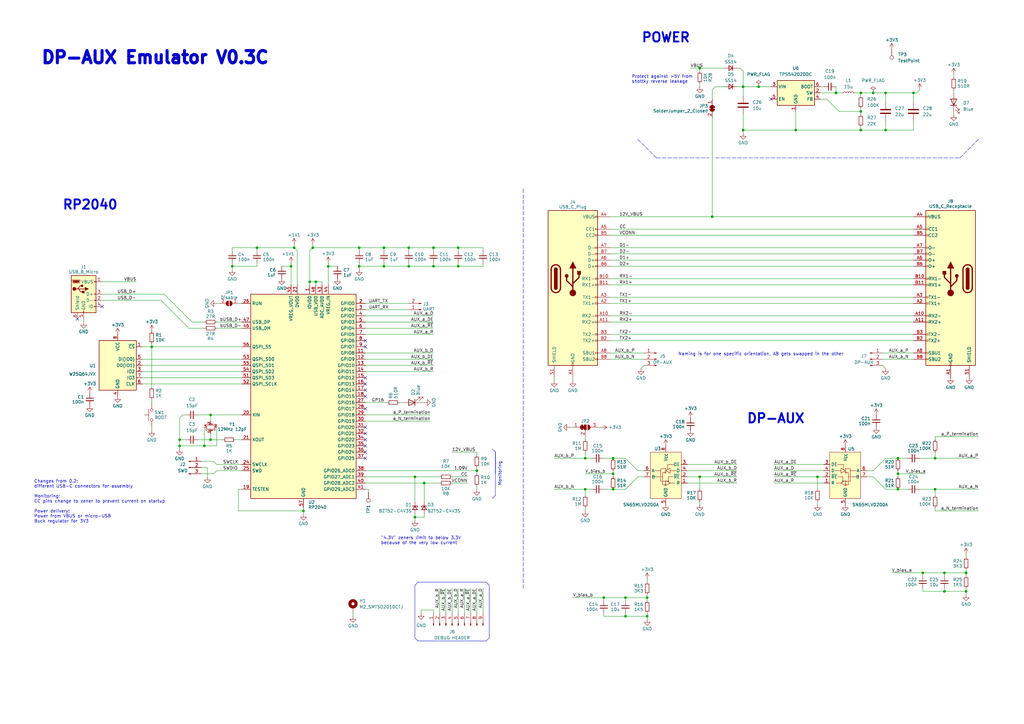
<source format=kicad_sch>
(kicad_sch (version 20230121) (generator eeschema)
  (paper "A3")
  (lib_symbols
    (symbol "Connector:Conn_01x02_Pin" (pin_names (offset 1.016) hide)
      (property "Reference" "J" (at 0 2.54 0))
      (property "Value" "Conn_01x02_Pin" (at 0 -5.08 0))
      (symbol "Conn_01x02_Pin_1_1"
        (pin passive line (at 5.08 0 180) (length 3.81) (name "Pin_1") (number "1"))
        (pin passive line (at 5.08 -2.54 180) (length 3.81) (name "Pin_2") (number "2"))
      )
    )
    (symbol "Connector:Conn_01x03_Pin" (pin_names (offset 1.016) hide)
      (property "Reference" "J" (at 0 5.08 0))
      (property "Value" "Conn_01x03_Pin" (at 0 -5.08 0))
      (symbol "Conn_01x03_Pin_1_1"
        (pin passive line (at 5.08 2.54 180) (length 3.81) (name "Pin_1") (number "1"))
        (pin passive line (at 5.08 0 180) (length 3.81) (name "Pin_2") (number "2"))
        (pin passive line (at 5.08 -2.54 180) (length 3.81) (name "Pin_3") (number "3"))
      )
    )
    (symbol "Connector:Conn_01x09_Pin" (pin_names (offset 1.016) hide)
      (property "Reference" "J" (at 0 12.7 0))
      (property "Value" "Conn_01x09_Pin" (at 0 -12.7 0))
      (symbol "Conn_01x09_Pin_1_1"
        (pin passive line (at 5.08 10.16 180) (length 3.81) (name "Pin_1") (number "1"))
        (pin passive line (at 5.08 7.62 180) (length 3.81) (name "Pin_2") (number "2"))
        (pin passive line (at 5.08 5.08 180) (length 3.81) (name "Pin_3") (number "3"))
        (pin passive line (at 5.08 2.54 180) (length 3.81) (name "Pin_4") (number "4"))
        (pin passive line (at 5.08 0 180) (length 3.81) (name "Pin_5") (number "5"))
        (pin passive line (at 5.08 -2.54 180) (length 3.81) (name "Pin_6") (number "6"))
        (pin passive line (at 5.08 -5.08 180) (length 3.81) (name "Pin_7") (number "7"))
        (pin passive line (at 5.08 -7.62 180) (length 3.81) (name "Pin_8") (number "8"))
        (pin passive line (at 5.08 -10.16 180) (length 3.81) (name "Pin_9") (number "9"))
      )
    )
    (symbol "Connector:TestPoint" (pin_numbers hide) (pin_names (offset 0.762) hide)
      (property "Reference" "TP" (at 0 6.858 0))
      (property "Value" "TestPoint" (at 0 5.08 0))
      (symbol "TestPoint_1_1"
        (pin passive line (at 0 0 90) (length 2.54) (name "1") (number "1"))
      )
    )
    (symbol "Connector:USB_B_Micro" (pin_names (offset 1.016))
      (property "Reference" "J" (at -5.08 11.43 0))
      (property "Value" "USB_B_Micro" (at -5.08 8.89 0))
      (symbol "USB_B_Micro_1_1"
        (pin power_out line (at 7.62 5.08 180) (length 2.54) (name "VBUS") (number "1"))
        (pin bidirectional line (at 7.62 -2.54 180) (length 2.54) (name "D-") (number "2"))
        (pin bidirectional line (at 7.62 0 180) (length 2.54) (name "D+") (number "3"))
        (pin passive line (at 7.62 -5.08 180) (length 2.54) (name "ID") (number "4"))
        (pin power_out line (at 0 -10.16 90) (length 2.54) (name "GND") (number "5"))
        (pin passive line (at -2.54 -10.16 90) (length 2.54) (name "Shield") (number "6"))
      )
    )
    (symbol "Connector:USB_C_Receptacle" (pin_names (offset 1.016))
      (property "Reference" "J" (at -10.16 29.21 0))
      (property "Value" "USB_C_Receptacle" (at 10.16 29.21 0))
      (symbol "USB_C_Receptacle_1_1"
        (pin passive line (at 0 -40.64 90) (length 5.08) (name "GND") (number "A1"))
        (pin bidirectional line (at 15.24 -15.24 180) (length 5.08) (name "RX2-") (number "A10"))
        (pin bidirectional line (at 15.24 -17.78 180) (length 5.08) (name "RX2+") (number "A11"))
        (pin passive line (at 0 -40.64 90) (length 5.08) hide (name "GND") (number "A12"))
        (pin bidirectional line (at 15.24 -10.16 180) (length 5.08) (name "TX1+") (number "A2"))
        (pin bidirectional line (at 15.24 -7.62 180) (length 5.08) (name "TX1-") (number "A3"))
        (pin passive line (at 15.24 25.4 180) (length 5.08) (name "VBUS") (number "A4"))
        (pin bidirectional line (at 15.24 20.32 180) (length 5.08) (name "CC1") (number "A5"))
        (pin bidirectional line (at 15.24 7.62 180) (length 5.08) (name "D+") (number "A6"))
        (pin bidirectional line (at 15.24 12.7 180) (length 5.08) (name "D-") (number "A7"))
        (pin bidirectional line (at 15.24 -30.48 180) (length 5.08) (name "SBU1") (number "A8"))
        (pin passive line (at 15.24 25.4 180) (length 5.08) hide (name "VBUS") (number "A9"))
        (pin passive line (at 0 -40.64 90) (length 5.08) hide (name "GND") (number "B1"))
        (pin bidirectional line (at 15.24 0 180) (length 5.08) (name "RX1-") (number "B10"))
        (pin bidirectional line (at 15.24 -2.54 180) (length 5.08) (name "RX1+") (number "B11"))
        (pin passive line (at 0 -40.64 90) (length 5.08) hide (name "GND") (number "B12"))
        (pin bidirectional line (at 15.24 -25.4 180) (length 5.08) (name "TX2+") (number "B2"))
        (pin bidirectional line (at 15.24 -22.86 180) (length 5.08) (name "TX2-") (number "B3"))
        (pin passive line (at 15.24 25.4 180) (length 5.08) hide (name "VBUS") (number "B4"))
        (pin bidirectional line (at 15.24 17.78 180) (length 5.08) (name "CC2") (number "B5"))
        (pin bidirectional line (at 15.24 5.08 180) (length 5.08) (name "D+") (number "B6"))
        (pin bidirectional line (at 15.24 10.16 180) (length 5.08) (name "D-") (number "B7"))
        (pin bidirectional line (at 15.24 -33.02 180) (length 5.08) (name "SBU2") (number "B8"))
        (pin passive line (at 15.24 25.4 180) (length 5.08) hide (name "VBUS") (number "B9"))
        (pin passive line (at -7.62 -40.64 90) (length 5.08) (name "SHIELD") (number "S1"))
      )
    )
    (symbol "Device:C" (pin_numbers hide) (pin_names (offset 0.254))
      (property "Reference" "C" (at 0.635 2.54 0))
      (property "Value" "C" (at 0.635 -2.54 0))
      (symbol "C_1_1"
        (pin passive line (at 0 3.81 270) (length 2.794) (name "~") (number "1"))
        (pin passive line (at 0 -3.81 90) (length 2.794) (name "~") (number "2"))
      )
    )
    (symbol "Device:C_Small" (pin_numbers hide) (pin_names (offset 0.254) hide)
      (property "Reference" "C" (at 0.254 1.778 0))
      (property "Value" "C_Small" (at 0.254 -2.032 0))
      (symbol "C_Small_1_1"
        (pin passive line (at 0 2.54 270) (length 2.032) (name "~") (number "1"))
        (pin passive line (at 0 -2.54 90) (length 2.032) (name "~") (number "2"))
      )
    )
    (symbol "Device:Crystal_GND24_Small" (pin_names (offset 1.016) hide)
      (property "Reference" "Y" (at 1.27 4.445 0))
      (property "Value" "Crystal_GND24_Small" (at 1.27 2.54 0))
      (symbol "Crystal_GND24_Small_1_1"
        (pin passive line (at -2.54 0 0) (length 1.27) (name "1") (number "1"))
        (pin passive line (at 0 -2.54 90) (length 0.635) (name "2") (number "2"))
        (pin passive line (at 2.54 0 180) (length 1.27) (name "3") (number "3"))
        (pin passive line (at 0 2.54 270) (length 0.635) (name "4") (number "4"))
      )
    )
    (symbol "Device:D_Small" (pin_numbers hide) (pin_names (offset 0.254) hide)
      (property "Reference" "D" (at -1.27 2.032 0))
      (property "Value" "D_Small" (at -3.81 -2.032 0))
      (symbol "D_Small_1_1"
        (pin passive line (at -2.54 0 0) (length 1.778) (name "K") (number "1"))
        (pin passive line (at 2.54 0 180) (length 1.778) (name "A") (number "2"))
      )
    )
    (symbol "Device:D_Zener_Small" (pin_numbers hide) (pin_names (offset 0.254) hide)
      (property "Reference" "D" (at 0 2.286 0))
      (property "Value" "D_Zener_Small" (at 0 -2.286 0))
      (symbol "D_Zener_Small_1_1"
        (pin passive line (at -2.54 0 0) (length 1.778) (name "K") (number "1"))
        (pin passive line (at 2.54 0 180) (length 1.778) (name "A") (number "2"))
      )
    )
    (symbol "Device:LED" (pin_numbers hide) (pin_names (offset 1.016) hide)
      (property "Reference" "D" (at 0 2.54 0))
      (property "Value" "LED" (at 0 -2.54 0))
      (symbol "LED_1_1"
        (pin passive line (at -3.81 0 0) (length 2.54) (name "K") (number "1"))
        (pin passive line (at 3.81 0 180) (length 2.54) (name "A") (number "2"))
      )
    )
    (symbol "Device:L_Small" (pin_numbers hide) (pin_names (offset 0.254) hide)
      (property "Reference" "L" (at 0.762 1.016 0))
      (property "Value" "L_Small" (at 0.762 -1.016 0))
      (symbol "L_Small_1_1"
        (pin passive line (at 0 2.54 270) (length 0.508) (name "~") (number "1"))
        (pin passive line (at 0 -2.54 90) (length 0.508) (name "~") (number "2"))
      )
    )
    (symbol "Device:R_Small" (pin_numbers hide) (pin_names (offset 0.254) hide)
      (property "Reference" "R" (at 0.762 0.508 0))
      (property "Value" "R_Small" (at 0.762 -1.016 0))
      (symbol "R_Small_1_1"
        (pin passive line (at 0 2.54 270) (length 0.762) (name "~") (number "1"))
        (pin passive line (at 0 -2.54 90) (length 0.762) (name "~") (number "2"))
      )
    )
    (symbol "Jumper:SolderJumper_2_Bridged" (pin_names (offset 0) hide)
      (property "Reference" "JP" (at 0 2.032 0))
      (property "Value" "SolderJumper_2_Bridged" (at 0 -2.54 0))
      (symbol "SolderJumper_2_Bridged_1_1"
        (pin passive line (at -3.81 0 0) (length 2.54) (name "A") (number "1"))
        (pin passive line (at 3.81 0 180) (length 2.54) (name "B") (number "2"))
      )
    )
    (symbol "Jumper:SolderJumper_2_Open" (pin_names (offset 0) hide)
      (property "Reference" "JP" (at 0 2.032 0))
      (property "Value" "SolderJumper_2_Open" (at 0 -2.54 0))
      (symbol "SolderJumper_2_Open_1_1"
        (pin passive line (at -3.81 0 0) (length 2.54) (name "A") (number "1"))
        (pin passive line (at 3.81 0 180) (length 2.54) (name "B") (number "2"))
      )
    )
    (symbol "Jumper:SolderJumper_3_Bridged12" (pin_names (offset 0) hide)
      (property "Reference" "JP" (at -2.54 -2.54 0))
      (property "Value" "SolderJumper_3_Bridged12" (at 0 2.794 0))
      (symbol "SolderJumper_3_Bridged12_1_1"
        (pin passive line (at -5.08 0 0) (length 2.54) (name "A") (number "1"))
        (pin passive line (at 0 -3.81 90) (length 2.54) (name "C") (number "2"))
        (pin passive line (at 5.08 0 180) (length 2.54) (name "B") (number "3"))
      )
    )
    (symbol "MCU_RaspberryPi:RP2040"
      (property "Reference" "U" (at 17.78 45.72 0))
      (property "Value" "RP2040" (at 17.78 43.18 0))
      (symbol "RP2040_1_1"
        (pin power_in line (at 2.54 45.72 270) (length 3.81) (name "IOVDD") (number "1"))
        (pin passive line (at 2.54 45.72 270) (length 3.81) hide (name "IOVDD") (number "10"))
        (pin bidirectional line (at 25.4 17.78 180) (length 3.81) (name "GPIO8") (number "11"))
        (pin bidirectional line (at 25.4 15.24 180) (length 3.81) (name "GPIO9") (number "12"))
        (pin bidirectional line (at 25.4 12.7 180) (length 3.81) (name "GPIO10") (number "13"))
        (pin bidirectional line (at 25.4 10.16 180) (length 3.81) (name "GPIO11") (number "14"))
        (pin bidirectional line (at 25.4 7.62 180) (length 3.81) (name "GPIO12") (number "15"))
        (pin bidirectional line (at 25.4 5.08 180) (length 3.81) (name "GPIO13") (number "16"))
        (pin bidirectional line (at 25.4 2.54 180) (length 3.81) (name "GPIO14") (number "17"))
        (pin bidirectional line (at 25.4 0 180) (length 3.81) (name "GPIO15") (number "18"))
        (pin input line (at -25.4 -38.1 0) (length 3.81) (name "TESTEN") (number "19"))
        (pin bidirectional line (at 25.4 38.1 180) (length 3.81) (name "GPIO0") (number "2"))
        (pin input line (at -25.4 -7.62 0) (length 3.81) (name "XIN") (number "20"))
        (pin passive line (at -25.4 -17.78 0) (length 3.81) (name "XOUT") (number "21"))
        (pin passive line (at 2.54 45.72 270) (length 3.81) hide (name "IOVDD") (number "22"))
        (pin power_in line (at -2.54 45.72 270) (length 3.81) (name "DVDD") (number "23"))
        (pin input line (at -25.4 -27.94 0) (length 3.81) (name "SWCLK") (number "24"))
        (pin bidirectional line (at -25.4 -30.48 0) (length 3.81) (name "SWD") (number "25"))
        (pin input line (at -25.4 38.1 0) (length 3.81) (name "RUN") (number "26"))
        (pin bidirectional line (at 25.4 -2.54 180) (length 3.81) (name "GPIO16") (number "27"))
        (pin bidirectional line (at 25.4 -5.08 180) (length 3.81) (name "GPIO17") (number "28"))
        (pin bidirectional line (at 25.4 -7.62 180) (length 3.81) (name "GPIO18") (number "29"))
        (pin bidirectional line (at 25.4 35.56 180) (length 3.81) (name "GPIO1") (number "3"))
        (pin bidirectional line (at 25.4 -10.16 180) (length 3.81) (name "GPIO19") (number "30"))
        (pin bidirectional line (at 25.4 -12.7 180) (length 3.81) (name "GPIO20") (number "31"))
        (pin bidirectional line (at 25.4 -15.24 180) (length 3.81) (name "GPIO21") (number "32"))
        (pin passive line (at 2.54 45.72 270) (length 3.81) hide (name "IOVDD") (number "33"))
        (pin bidirectional line (at 25.4 -17.78 180) (length 3.81) (name "GPIO22") (number "34"))
        (pin bidirectional line (at 25.4 -20.32 180) (length 3.81) (name "GPIO23") (number "35"))
        (pin bidirectional line (at 25.4 -22.86 180) (length 3.81) (name "GPIO24") (number "36"))
        (pin bidirectional line (at 25.4 -25.4 180) (length 3.81) (name "GPIO25") (number "37"))
        (pin bidirectional line (at 25.4 -30.48 180) (length 3.81) (name "GPIO26_ADC0") (number "38"))
        (pin bidirectional line (at 25.4 -33.02 180) (length 3.81) (name "GPIO27_ADC1") (number "39"))
        (pin bidirectional line (at 25.4 33.02 180) (length 3.81) (name "GPIO2") (number "4"))
        (pin bidirectional line (at 25.4 -35.56 180) (length 3.81) (name "GPIO28_ADC2") (number "40"))
        (pin bidirectional line (at 25.4 -38.1 180) (length 3.81) (name "GPIO29_ADC3") (number "41"))
        (pin passive line (at 2.54 45.72 270) (length 3.81) hide (name "IOVDD") (number "42"))
        (pin power_in line (at 7.62 45.72 270) (length 3.81) (name "ADC_AVDD") (number "43"))
        (pin power_in line (at 10.16 45.72 270) (length 3.81) (name "VREG_IN") (number "44"))
        (pin power_out line (at -5.08 45.72 270) (length 3.81) (name "VREG_VOUT") (number "45"))
        (pin bidirectional line (at -25.4 27.94 0) (length 3.81) (name "USB_DM") (number "46"))
        (pin bidirectional line (at -25.4 30.48 0) (length 3.81) (name "USB_DP") (number "47"))
        (pin power_in line (at 5.08 45.72 270) (length 3.81) (name "USB_VDD") (number "48"))
        (pin passive line (at 2.54 45.72 270) (length 3.81) hide (name "IOVDD") (number "49"))
        (pin bidirectional line (at 25.4 30.48 180) (length 3.81) (name "GPIO3") (number "5"))
        (pin passive line (at -2.54 45.72 270) (length 3.81) hide (name "DVDD") (number "50"))
        (pin bidirectional line (at -25.4 7.62 0) (length 3.81) (name "QSPI_SD3") (number "51"))
        (pin output line (at -25.4 5.08 0) (length 3.81) (name "QSPI_SCLK") (number "52"))
        (pin bidirectional line (at -25.4 15.24 0) (length 3.81) (name "QSPI_SD0") (number "53"))
        (pin bidirectional line (at -25.4 10.16 0) (length 3.81) (name "QSPI_SD2") (number "54"))
        (pin bidirectional line (at -25.4 12.7 0) (length 3.81) (name "QSPI_SD1") (number "55"))
        (pin bidirectional line (at -25.4 20.32 0) (length 3.81) (name "QSPI_SS") (number "56"))
        (pin power_in line (at 0 -45.72 90) (length 3.81) (name "GND") (number "57"))
        (pin bidirectional line (at 25.4 27.94 180) (length 3.81) (name "GPIO4") (number "6"))
        (pin bidirectional line (at 25.4 25.4 180) (length 3.81) (name "GPIO5") (number "7"))
        (pin bidirectional line (at 25.4 22.86 180) (length 3.81) (name "GPIO6") (number "8"))
        (pin bidirectional line (at 25.4 20.32 180) (length 3.81) (name "GPIO7") (number "9"))
      )
    )
    (symbol "Mechanical:MountingHole_Pad" (pin_numbers hide) (pin_names (offset 1.016) hide)
      (property "Reference" "H" (at 0 6.35 0))
      (property "Value" "MountingHole_Pad" (at 0 4.445 0))
      (symbol "MountingHole_Pad_1_1"
        (pin input line (at 0 -2.54 90) (length 2.54) (name "1") (number "1"))
      )
    )
    (symbol "Memory_Flash:W25Q128JVS"
      (property "Reference" "U5" (at 8.89 1.1653 0))
      (property "Value" "\nW25Q64JVX" (at 8.89 -1.27 0))
      (symbol "W25Q128JVS_1_1"
        (pin input line (at -10.16 8.89 0) (length 2.54) (name "~{CS}") (number "1"))
        (pin bidirectional line (at -10.16 1.27 0) (length 2.54) (name "DO(IO1)") (number "2"))
        (pin bidirectional line (at -10.16 -1.27 0) (length 2.54) (name "IO2") (number "3"))
        (pin power_in line (at 0 -11.43 90) (length 2.54) (name "GND") (number "4"))
        (pin bidirectional line (at -10.16 3.81 0) (length 2.54) (name "DI(IO0)") (number "5"))
        (pin input line (at -10.16 -6.35 0) (length 2.54) (name "CLK") (number "6"))
        (pin bidirectional line (at -10.16 -3.81 0) (length 2.54) (name "IO3") (number "7"))
        (pin power_in line (at 0 13.97 270) (length 2.54) (name "VCC") (number "8"))
      )
    )
    (symbol "Regulator_Switching:TPS54202DDC"
      (property "Reference" "U" (at -7.62 6.35 0))
      (property "Value" "TPS54202DDC" (at 0 6.35 0))
      (symbol "TPS54202DDC_1_1"
        (pin power_in line (at 0 -7.62 90) (length 2.54) (name "GND") (number "1"))
        (pin power_out line (at 10.16 0 180) (length 2.54) (name "SW") (number "2"))
        (pin power_in line (at -10.16 2.54 0) (length 2.54) (name "VIN") (number "3"))
        (pin input line (at 10.16 -2.54 180) (length 2.54) (name "FB") (number "4"))
        (pin input line (at -10.16 -2.54 0) (length 2.54) (name "EN") (number "5"))
        (pin passive line (at 10.16 2.54 180) (length 2.54) (name "BOOT") (number "6"))
      )
    )
    (symbol "Switch:SW_Push" (pin_numbers hide) (pin_names (offset 1.016) hide)
      (property "Reference" "SW" (at 1.27 2.54 0))
      (property "Value" "SW_Push" (at 0 -1.524 0))
      (symbol "SW_Push_0_1"
        (pin passive line (at -5.08 0 0) (length 2.54) (name "1") (number "1"))
        (pin passive line (at 5.08 0 180) (length 2.54) (name "2") (number "2"))
      )
    )
    (symbol "diff_transceiver:SN65MLVD200A"
      (property "Reference" "U" (at 1.27 10.16 0))
      (symbol "SN65MLVD200A_1_1"
        (pin output line (at -8.89 -3.81 0) (length 2.54) (name "R") (number "1"))
        (pin input line (at -8.89 -1.27 0) (length 2.54) (name "~{RE}") (number "2"))
        (pin input line (at -8.89 3.81 0) (length 2.54) (name "DE") (number "3"))
        (pin input line (at -8.89 1.27 0) (length 2.54) (name "D") (number "4"))
        (pin power_in line (at 0 -12.7 90) (length 2.54) (name "GND") (number "5"))
        (pin bidirectional line (at 8.89 1.27 180) (length 2.54) (name "A") (number "6"))
        (pin bidirectional line (at 8.89 -1.27 180) (length 2.54) (name "B") (number "7"))
        (pin power_in line (at 0 11.43 270) (length 2.54) (name "V_{CC}") (number "8"))
      )
    )
    (symbol "power:+1V1" (power) (pin_names (offset 0))
      (property "Value" "+1V1" (at 0 3.556 0))
      (symbol "+1V1_1_1"
        (pin power_in line (at 0 0 90) (length 0) hide (name "+1V1") (number "1"))
      )
    )
    (symbol "power:+3V3" (power) (pin_names (offset 0))
      (property "Value" "+3V3" (at 0 3.556 0))
      (symbol "+3V3_1_1"
        (pin power_in line (at 0 0 90) (length 0) hide (name "+3V3") (number "1"))
      )
    )
    (symbol "power:GND" (power) (pin_names (offset 0))
      (property "Value" "GND" (at 0 -3.81 0))
      (symbol "GND_1_1"
        (pin power_in line (at 0 0 270) (length 0) hide (name "GND") (number "1"))
      )
    )
    (symbol "power:PWR_FLAG" (power) (pin_numbers hide) (pin_names (offset 0) hide)
      (property "Value" "PWR_FLAG" (at 0 3.81 0))
      (symbol "PWR_FLAG_0_0"
        (pin power_out line (at 0 0 90) (length 0) (name "pwr") (number "1"))
      )
    )
  )
  (junction (at 187.96 109.22))
  (junction (at 265.43 245.11))
  (junction (at 383.54 200.66))
  (junction (at 304.8 35.56))
  (junction (at 128.27 101.6))
  (junction (at 170.18 195.58))
  (junction (at 177.8 109.22))
  (junction (at 167.64 101.6))
  (junction (at 368.3 194.31))
  (junction (at 62.23 142.24))
  (junction (at 387.35 234.95))
  (junction (at 326.39 53.34))
  (junction (at 251.46 194.31))
  (junction (at 265.43 252.73))
  (junction (at 240.03 200.66))
  (junction (at 247.65 245.11))
  (junction (at 353.06 38.1))
  (junction (at 134.62 109.22))
  (junction (at 177.8 101.6))
  (junction (at 363.22 53.34))
  (junction (at 387.35 242.57))
  (junction (at 240.03 187.96))
  (junction (at 167.64 109.22))
  (junction (at 147.32 101.6))
  (junction (at 358.14 38.1))
  (junction (at 187.96 101.6))
  (junction (at 73.66 182.88))
  (junction (at 396.24 234.95))
  (junction (at 287.02 27.94))
  (junction (at 256.54 245.11))
  (junction (at 105.41 101.6))
  (junction (at 73.66 180.34))
  (junction (at 353.06 45.72))
  (junction (at 170.18 212.09))
  (junction (at 335.28 195.58))
  (junction (at 129.54 115.57))
  (junction (at 287.02 195.58))
  (junction (at 396.24 242.57))
  (junction (at 363.22 38.1))
  (junction (at 304.8 53.34))
  (junction (at 147.32 109.22))
  (junction (at 127 115.57))
  (junction (at 374.65 38.1))
  (junction (at 378.46 234.95))
  (junction (at 157.48 109.22))
  (junction (at 251.46 187.96))
  (junction (at 157.48 101.6))
  (junction (at 86.36 180.34))
  (junction (at 120.65 101.6))
  (junction (at 124.46 209.55))
  (junction (at 173.99 198.12))
  (junction (at 342.9 38.1))
  (junction (at 83.82 182.88))
  (junction (at 311.15 35.56))
  (junction (at 195.58 193.04))
  (junction (at 95.25 109.22))
  (junction (at 383.54 187.96))
  (junction (at 119.38 109.22))
  (junction (at 368.3 200.66))
  (junction (at 292.1 88.9))
  (junction (at 353.06 53.34))
  (junction (at 256.54 252.73))
  (junction (at 86.36 170.18))
  (junction (at 251.46 200.66))
  (junction (at 368.3 187.96))
  (no_connect (at 31.75 130.81))
  (no_connect (at 149.86 162.56))
  (no_connect (at 149.86 142.24))
  (no_connect (at 149.86 167.64))
  (no_connect (at 316.23 40.64))
  (no_connect (at 149.86 180.34))
  (no_connect (at 149.86 185.42))
  (no_connect (at 149.86 177.8))
  (no_connect (at 149.86 187.96))
  (no_connect (at 149.86 160.02))
  (no_connect (at 41.91 125.73))
  (no_connect (at 149.86 157.48))
  (no_connect (at 149.86 175.26))
  (no_connect (at 149.86 154.94))
  (no_connect (at 149.86 139.7))
  (no_connect (at 149.86 182.88))
  (wire (pts (xy 86.36 170.18) (xy 86.36 172.72)))
  (wire (pts (xy 265.43 245.11) (xy 265.43 246.38)))
  (wire (pts (xy 304.8 35.56) (xy 304.8 39.37)))
  (wire (pts (xy 58.42 149.86) (xy 99.06 149.86)))
  (polyline (pts (xy 214.63 77.47) (xy 214.63 241.3)) (stroke (width 0) (type dash)))
  (wire (pts (xy 287.02 205.74) (xy 287.02 207.01)))
  (wire (pts (xy 363.22 151.13) (xy 361.95 149.86)))
  (wire (pts (xy 195.58 185.42) (xy 195.58 186.69)))
  (wire (pts (xy 304.8 35.56) (xy 311.15 35.56)))
  (wire (pts (xy 391.16 30.48) (xy 391.16 31.75)))
  (wire (pts (xy 119.38 107.95) (xy 119.38 109.22)))
  (wire (pts (xy 227.33 154.94) (xy 227.33 156.21)))
  (wire (pts (xy 335.28 195.58) (xy 317.5 195.58)))
  (wire (pts (xy 66.04 123.19) (xy 77.47 134.62)))
  (wire (pts (xy 67.31 120.65) (xy 78.74 132.08)))
  (polyline (pts (xy 200.66 240.03) (xy 200.66 261.62)))
  (wire (pts (xy 177.8 132.08) (xy 149.86 132.08)))
  (wire (pts (xy 339.09 40.64) (xy 344.17 45.72)))
  (wire (pts (xy 363.22 49.53) (xy 363.22 53.34)))
  (wire (pts (xy 198.12 102.87) (xy 198.12 101.6)))
  (wire (pts (xy 58.42 157.48) (xy 99.06 157.48)))
  (wire (pts (xy 129.54 115.57) (xy 132.08 115.57)))
  (wire (pts (xy 124.46 209.55) (xy 124.46 210.82)))
  (wire (pts (xy 82.55 191.77) (xy 85.09 191.77)))
  (wire (pts (xy 128.27 100.33) (xy 128.27 101.6)))
  (wire (pts (xy 304.8 46.99) (xy 304.8 53.34)))
  (wire (pts (xy 262.89 151.13) (xy 264.16 149.86)))
  (wire (pts (xy 173.99 198.12) (xy 180.34 198.12)))
  (wire (pts (xy 377.19 36.83) (xy 375.92 38.1)))
  (wire (pts (xy 129.54 116.84) (xy 129.54 115.57)))
  (wire (pts (xy 287.02 34.29) (xy 287.02 35.56)))
  (wire (pts (xy 180.34 241.3) (xy 180.34 251.46)))
  (wire (pts (xy 128.27 101.6) (xy 127 102.87)))
  (wire (pts (xy 247.65 245.11) (xy 247.65 246.38)))
  (wire (pts (xy 304.8 53.34) (xy 326.39 53.34)))
  (wire (pts (xy 88.9 134.62) (xy 99.06 134.62)))
  (polyline (pts (xy 171.45 238.76) (xy 198.12 238.76)))
  (polyline (pts (xy 199.39 262.89) (xy 171.45 262.89)))
  (wire (pts (xy 195.58 193.04) (xy 195.58 194.31)))
  (wire (pts (xy 383.54 185.42) (xy 383.54 187.96)))
  (wire (pts (xy 251.46 194.31) (xy 251.46 195.58)))
  (wire (pts (xy 62.23 158.75) (xy 62.23 142.24)))
  (wire (pts (xy 147.32 109.22) (xy 157.48 109.22)))
  (wire (pts (xy 190.5 241.3) (xy 190.5 251.46)))
  (wire (pts (xy 292.1 36.83) (xy 292.1 40.64)))
  (wire (pts (xy 342.9 35.56) (xy 342.9 38.1)))
  (wire (pts (xy 287.02 27.94) (xy 297.18 27.94)))
  (wire (pts (xy 96.52 180.34) (xy 99.06 180.34)))
  (wire (pts (xy 251.46 187.96) (xy 256.54 187.96)))
  (wire (pts (xy 147.32 101.6) (xy 157.48 101.6)))
  (wire (pts (xy 78.74 132.08) (xy 83.82 132.08)))
  (wire (pts (xy 368.3 187.96) (xy 363.22 187.96)))
  (polyline (pts (xy 269.24 64.77) (xy 290.83 64.77)) (stroke (width 0) (type dash)))
  (wire (pts (xy 391.16 36.83) (xy 391.16 38.1)))
  (wire (pts (xy 97.79 200.66) (xy 97.79 209.55)))
  (wire (pts (xy 62.23 142.24) (xy 99.06 142.24)))
  (wire (pts (xy 87.63 189.23) (xy 88.9 190.5)))
  (wire (pts (xy 97.79 209.55) (xy 124.46 209.55)))
  (wire (pts (xy 256.54 246.38) (xy 256.54 245.11)))
  (wire (pts (xy 261.62 193.04) (xy 256.54 187.96)))
  (wire (pts (xy 265.43 251.46) (xy 265.43 252.73)))
  (wire (pts (xy 240.03 194.31) (xy 251.46 194.31)))
  (wire (pts (xy 121.92 102.87) (xy 121.92 116.84)))
  (wire (pts (xy 144.78 251.46) (xy 144.78 252.73)))
  (wire (pts (xy 240.03 200.66) (xy 227.33 200.66)))
  (wire (pts (xy 246.38 175.26) (xy 245.11 175.26)))
  (wire (pts (xy 374.65 38.1) (xy 374.65 41.91)))
  (wire (pts (xy 127 102.87) (xy 127 115.57)))
  (wire (pts (xy 177.8 147.32) (xy 149.86 147.32)))
  (wire (pts (xy 265.43 252.73) (xy 265.43 254)))
  (wire (pts (xy 383.54 179.07) (xy 383.54 180.34)))
  (wire (pts (xy 172.72 250.19) (xy 172.72 251.46)))
  (wire (pts (xy 233.68 175.26) (xy 234.95 175.26)))
  (wire (pts (xy 302.26 35.56) (xy 304.8 35.56)))
  (wire (pts (xy 383.54 209.55) (xy 383.54 208.28)))
  (wire (pts (xy 173.99 212.09) (xy 170.18 212.09)))
  (wire (pts (xy 147.32 107.95) (xy 147.32 109.22)))
  (wire (pts (xy 396.24 227.33) (xy 396.24 228.6)))
  (wire (pts (xy 95.25 101.6) (xy 105.41 101.6)))
  (wire (pts (xy 336.55 35.56) (xy 337.82 35.56)))
  (wire (pts (xy 379.73 194.31) (xy 368.3 194.31)))
  (wire (pts (xy 176.53 172.72) (xy 149.86 172.72)))
  (wire (pts (xy 177.8 144.78) (xy 149.86 144.78)))
  (wire (pts (xy 170.18 195.58) (xy 180.34 195.58)))
  (wire (pts (xy 336.55 40.64) (xy 339.09 40.64)))
  (wire (pts (xy 73.66 182.88) (xy 83.82 182.88)))
  (wire (pts (xy 311.15 35.56) (xy 316.23 35.56)))
  (wire (pts (xy 157.48 101.6) (xy 167.64 101.6)))
  (wire (pts (xy 247.65 245.11) (xy 256.54 245.11)))
  (wire (pts (xy 187.96 251.46) (xy 187.96 241.3)))
  (wire (pts (xy 250.19 116.84) (xy 374.65 116.84)))
  (wire (pts (xy 134.62 107.95) (xy 134.62 109.22)))
  (wire (pts (xy 185.42 241.3) (xy 185.42 251.46)))
  (wire (pts (xy 86.36 180.34) (xy 91.44 180.34)))
  (wire (pts (xy 368.3 194.31) (xy 368.3 195.58)))
  (wire (pts (xy 342.9 38.1) (xy 345.44 38.1)))
  (wire (pts (xy 326.39 45.72) (xy 326.39 53.34)))
  (wire (pts (xy 195.58 199.39) (xy 195.58 200.66)))
  (wire (pts (xy 363.22 53.34) (xy 374.65 53.34)))
  (wire (pts (xy 81.28 180.34) (xy 86.36 180.34)))
  (polyline (pts (xy 201.93 204.47) (xy 203.2 203.2)))
  (wire (pts (xy 182.88 251.46) (xy 182.88 241.3)))
  (wire (pts (xy 172.72 165.1) (xy 173.99 165.1)))
  (wire (pts (xy 361.95 144.78) (xy 374.65 144.78)))
  (wire (pts (xy 242.57 187.96) (xy 240.03 187.96)))
  (wire (pts (xy 95.25 109.22) (xy 95.25 107.95)))
  (polyline (pts (xy 170.18 261.62) (xy 171.45 262.89)))
  (wire (pts (xy 250.19 101.6) (xy 374.65 101.6)))
  (wire (pts (xy 234.95 245.11) (xy 247.65 245.11)))
  (wire (pts (xy 292.1 88.9) (xy 374.65 88.9)))
  (wire (pts (xy 187.96 109.22) (xy 198.12 109.22)))
  (polyline (pts (xy 170.18 240.03) (xy 171.45 238.76)))
  (wire (pts (xy 177.8 129.54) (xy 149.86 129.54)))
  (wire (pts (xy 177.8 250.19) (xy 177.8 251.46)))
  (wire (pts (xy 62.23 140.97) (xy 62.23 142.24)))
  (wire (pts (xy 383.54 200.66) (xy 383.54 203.2)))
  (wire (pts (xy 167.64 101.6) (xy 177.8 101.6)))
  (wire (pts (xy 250.19 144.78) (xy 264.16 144.78)))
  (wire (pts (xy 73.66 171.45) (xy 73.66 180.34)))
  (wire (pts (xy 34.29 132.08) (xy 34.29 130.81)))
  (wire (pts (xy 358.14 38.1) (xy 363.22 38.1)))
  (wire (pts (xy 177.8 101.6) (xy 177.8 102.87)))
  (wire (pts (xy 353.06 38.1) (xy 358.14 38.1)))
  (wire (pts (xy 105.41 109.22) (xy 95.25 109.22)))
  (wire (pts (xy 396.24 242.57) (xy 387.35 242.57)))
  (wire (pts (xy 287.02 195.58) (xy 287.02 200.66)))
  (wire (pts (xy 250.19 129.54) (xy 374.65 129.54)))
  (wire (pts (xy 173.99 212.09) (xy 173.99 210.82)))
  (wire (pts (xy 87.63 194.31) (xy 88.9 193.04)))
  (wire (pts (xy 240.03 200.66) (xy 240.03 203.2)))
  (wire (pts (xy 247.65 200.66) (xy 251.46 200.66)))
  (wire (pts (xy 157.48 107.95) (xy 157.48 109.22)))
  (wire (pts (xy 337.82 193.04) (xy 317.5 193.04)))
  (wire (pts (xy 97.79 124.46) (xy 99.06 124.46)))
  (wire (pts (xy 41.91 123.19) (xy 66.04 123.19)))
  (wire (pts (xy 265.43 252.73) (xy 256.54 252.73)))
  (wire (pts (xy 195.58 191.77) (xy 195.58 193.04)))
  (wire (pts (xy 151.13 200.66) (xy 149.86 200.66)))
  (wire (pts (xy 105.41 109.22) (xy 105.41 107.95)))
  (polyline (pts (xy 401.32 57.15) (xy 393.7 64.77)) (stroke (width 0) (type dash)))
  (wire (pts (xy 250.19 121.92) (xy 374.65 121.92)))
  (wire (pts (xy 88.9 175.26) (xy 88.9 182.88)))
  (wire (pts (xy 361.95 147.32) (xy 374.65 147.32)))
  (wire (pts (xy 173.99 198.12) (xy 173.99 205.74)))
  (wire (pts (xy 151.13 201.93) (xy 151.13 200.66)))
  (wire (pts (xy 350.52 38.1) (xy 353.06 38.1)))
  (wire (pts (xy 58.42 154.94) (xy 99.06 154.94)))
  (wire (pts (xy 88.9 193.04) (xy 99.06 193.04)))
  (wire (pts (xy 177.8 109.22) (xy 187.96 109.22)))
  (wire (pts (xy 365.76 234.95) (xy 378.46 234.95)))
  (wire (pts (xy 250.19 114.3) (xy 374.65 114.3)))
  (wire (pts (xy 326.39 53.34) (xy 353.06 53.34)))
  (wire (pts (xy 62.23 165.1) (xy 62.23 163.83)))
  (wire (pts (xy 302.26 195.58) (xy 287.02 195.58)))
  (wire (pts (xy 401.32 209.55) (xy 383.54 209.55)))
  (wire (pts (xy 353.06 53.34) (xy 353.06 52.07)))
  (wire (pts (xy 86.36 177.8) (xy 86.36 180.34)))
  (polyline (pts (xy 203.2 185.42) (xy 203.2 194.31)))
  (wire (pts (xy 172.72 250.19) (xy 177.8 250.19)))
  (wire (pts (xy 191.77 198.12) (xy 185.42 198.12)))
  (wire (pts (xy 240.03 208.28) (xy 240.03 209.55)))
  (wire (pts (xy 176.53 170.18) (xy 149.86 170.18)))
  (wire (pts (xy 247.65 187.96) (xy 251.46 187.96)))
  (wire (pts (xy 292.1 36.83) (xy 293.37 35.56)))
  (wire (pts (xy 264.16 195.58) (xy 261.62 195.58)))
  (wire (pts (xy 177.8 137.16) (xy 149.86 137.16)))
  (wire (pts (xy 88.9 190.5) (xy 99.06 190.5)))
  (wire (pts (xy 304.8 29.21) (xy 304.8 35.56)))
  (wire (pts (xy 335.28 205.74) (xy 335.28 207.01)))
  (wire (pts (xy 250.19 132.08) (xy 374.65 132.08)))
  (wire (pts (xy 58.42 142.24) (xy 62.23 142.24)))
  (wire (pts (xy 256.54 251.46) (xy 256.54 252.73)))
  (wire (pts (xy 293.37 35.56) (xy 297.18 35.56)))
  (wire (pts (xy 85.09 191.77) (xy 85.09 195.58)))
  (wire (pts (xy 250.19 93.98) (xy 374.65 93.98)))
  (wire (pts (xy 95.25 110.49) (xy 95.25 109.22)))
  (wire (pts (xy 353.06 53.34) (xy 363.22 53.34)))
  (wire (pts (xy 396.24 233.68) (xy 396.24 234.95)))
  (wire (pts (xy 250.19 96.52) (xy 374.65 96.52)))
  (wire (pts (xy 302.26 198.12) (xy 281.94 198.12)))
  (wire (pts (xy 302.26 27.94) (xy 303.53 27.94)))
  (polyline (pts (xy 261.62 57.15) (xy 269.24 64.77)) (stroke (width 0) (type dash)))
  (wire (pts (xy 396.24 234.95) (xy 396.24 236.22)))
  (polyline (pts (xy 198.12 238.76) (xy 199.39 238.76)))
  (wire (pts (xy 120.65 101.6) (xy 121.92 102.87)))
  (wire (pts (xy 147.32 110.49) (xy 147.32 109.22)))
  (polyline (pts (xy 199.39 262.89) (xy 200.66 261.62)))
  (wire (pts (xy 396.24 234.95) (xy 387.35 234.95)))
  (wire (pts (xy 73.66 180.34) (xy 76.2 180.34)))
  (wire (pts (xy 86.36 170.18) (xy 99.06 170.18)))
  (wire (pts (xy 387.35 236.22) (xy 387.35 234.95)))
  (polyline (pts (xy 199.39 238.76) (xy 200.66 240.03)))
  (wire (pts (xy 198.12 107.95) (xy 198.12 109.22)))
  (wire (pts (xy 355.6 193.04) (xy 358.14 193.04)))
  (wire (pts (xy 251.46 193.04) (xy 251.46 194.31)))
  (wire (pts (xy 368.3 193.04) (xy 368.3 194.31)))
  (wire (pts (xy 240.03 185.42) (xy 240.03 187.96)))
  (wire (pts (xy 83.82 182.88) (xy 88.9 182.88)))
  (wire (pts (xy 170.18 195.58) (xy 170.18 205.74)))
  (wire (pts (xy 287.02 27.94) (xy 287.02 29.21)))
  (wire (pts (xy 344.17 45.72) (xy 353.06 45.72)))
  (wire (pts (xy 383.54 200.66) (xy 377.19 200.66)))
  (wire (pts (xy 265.43 245.11) (xy 256.54 245.11)))
  (wire (pts (xy 128.27 101.6) (xy 147.32 101.6)))
  (wire (pts (xy 372.11 187.96) (xy 368.3 187.96)))
  (wire (pts (xy 74.93 170.18) (xy 73.66 171.45)))
  (wire (pts (xy 149.86 195.58) (xy 170.18 195.58)))
  (wire (pts (xy 88.9 132.08) (xy 99.06 132.08)))
  (wire (pts (xy 358.14 193.04) (xy 363.22 187.96)))
  (wire (pts (xy 165.1 165.1) (xy 163.83 165.1)))
  (wire (pts (xy 256.54 200.66) (xy 261.62 195.58)))
  (polyline (pts (xy 203.2 185.42) (xy 203.2 203.2)))
  (wire (pts (xy 127 115.57) (xy 127 116.84)))
  (wire (pts (xy 167.64 124.46) (xy 149.86 124.46)))
  (wire (pts (xy 149.86 193.04) (xy 195.58 193.04)))
  (wire (pts (xy 337.82 195.58) (xy 335.28 195.58)))
  (wire (pts (xy 157.48 109.22) (xy 167.64 109.22)))
  (wire (pts (xy 363.22 38.1) (xy 374.65 38.1)))
  (wire (pts (xy 97.79 200.66) (xy 99.06 200.66)))
  (wire (pts (xy 337.82 198.12) (xy 317.5 198.12)))
  (wire (pts (xy 81.28 170.18) (xy 86.36 170.18)))
  (polyline (pts (xy 293.37 64.77) (xy 393.7 64.77)) (stroke (width 0) (type dash)))
  (wire (pts (xy 287.02 195.58) (xy 281.94 195.58)))
  (wire (pts (xy 187.96 101.6) (xy 198.12 101.6)))
  (wire (pts (xy 167.64 102.87) (xy 167.64 101.6)))
  (wire (pts (xy 132.08 115.57) (xy 132.08 116.84)))
  (wire (pts (xy 134.62 109.22) (xy 138.43 109.22)))
  (wire (pts (xy 177.8 152.4) (xy 149.86 152.4)))
  (wire (pts (xy 265.43 237.49) (xy 265.43 238.76)))
  (wire (pts (xy 105.41 102.87) (xy 105.41 101.6)))
  (wire (pts (xy 387.35 234.95) (xy 378.46 234.95)))
  (wire (pts (xy 177.8 101.6) (xy 187.96 101.6)))
  (wire (pts (xy 149.86 165.1) (xy 158.75 165.1)))
  (wire (pts (xy 265.43 243.84) (xy 265.43 245.11)))
  (wire (pts (xy 73.66 180.34) (xy 73.66 182.88)))
  (wire (pts (xy 234.95 154.94) (xy 234.95 156.21)))
  (wire (pts (xy 304.8 29.21) (xy 303.53 27.94)))
  (wire (pts (xy 240.03 187.96) (xy 227.33 187.96)))
  (wire (pts (xy 251.46 200.66) (xy 256.54 200.66)))
  (wire (pts (xy 167.64 127) (xy 149.86 127)))
  (wire (pts (xy 250.19 139.7) (xy 374.65 139.7)))
  (wire (pts (xy 383.54 187.96) (xy 377.19 187.96)))
  (wire (pts (xy 95.25 101.6) (xy 95.25 102.87)))
  (wire (pts (xy 195.58 241.3) (xy 195.58 251.46)))
  (wire (pts (xy 378.46 234.95) (xy 378.46 236.22)))
  (wire (pts (xy 391.16 45.72) (xy 391.16 46.99)))
  (wire (pts (xy 387.35 241.3) (xy 387.35 242.57)))
  (wire (pts (xy 250.19 124.46) (xy 374.65 124.46)))
  (wire (pts (xy 335.28 195.58) (xy 335.28 200.66)))
  (wire (pts (xy 170.18 212.09) (xy 170.18 213.36)))
  (wire (pts (xy 177.8 149.86) (xy 149.86 149.86)))
  (wire (pts (xy 167.64 107.95) (xy 167.64 109.22)))
  (wire (pts (xy 378.46 241.3) (xy 378.46 242.57)))
  (wire (pts (xy 124.46 208.28) (xy 124.46 209.55)))
  (wire (pts (xy 167.64 109.22) (xy 177.8 109.22)))
  (wire (pts (xy 337.82 190.5) (xy 317.5 190.5)))
  (wire (pts (xy 105.41 101.6) (xy 120.65 101.6)))
  (polyline (pts (xy 201.93 184.15) (xy 203.2 185.42)))
  (wire (pts (xy 250.19 137.16) (xy 374.65 137.16)))
  (wire (pts (xy 256.54 252.73) (xy 247.65 252.73)))
  (polyline (pts (xy 170.18 261.62) (xy 170.18 240.03)))
  (wire (pts (xy 170.18 212.09) (xy 170.18 210.82)))
  (wire (pts (xy 374.65 49.53) (xy 374.65 53.34)))
  (wire (pts (xy 187.96 102.87) (xy 187.96 101.6)))
  (wire (pts (xy 283.21 27.94) (xy 287.02 27.94)))
  (wire (pts (xy 177.8 134.62) (xy 149.86 134.62)))
  (wire (pts (xy 147.32 102.87) (xy 147.32 101.6)))
  (wire (pts (xy 401.32 200.66) (xy 383.54 200.66)))
  (wire (pts (xy 193.04 251.46) (xy 193.04 241.3)))
  (wire (pts (xy 198.12 251.46) (xy 198.12 241.3)))
  (wire (pts (xy 401.32 187.96) (xy 383.54 187.96)))
  (wire (pts (xy 250.19 104.14) (xy 374.65 104.14)))
  (wire (pts (xy 353.06 45.72) (xy 353.06 46.99)))
  (wire (pts (xy 250.19 109.22) (xy 374.65 109.22)))
  (wire (pts (xy 292.1 48.26) (xy 292.1 88.9)))
  (wire (pts (xy 336.55 38.1) (xy 342.9 38.1)))
  (wire (pts (xy 83.82 134.62) (xy 77.47 134.62)))
  (wire (pts (xy 372.11 200.66) (xy 368.3 200.66)))
  (wire (pts (xy 264.16 193.04) (xy 261.62 193.04)))
  (wire (pts (xy 157.48 101.6) (xy 157.48 102.87)))
  (wire (pts (xy 120.65 100.33) (xy 120.65 101.6)))
  (wire (pts (xy 250.19 106.68) (xy 374.65 106.68)))
  (wire (pts (xy 76.2 170.18) (xy 74.93 170.18)))
  (wire (pts (xy 119.38 109.22) (xy 115.57 109.22)))
  (wire (pts (xy 302.26 193.04) (xy 281.94 193.04)))
  (wire (pts (xy 302.26 190.5) (xy 281.94 190.5)))
  (wire (pts (xy 83.82 175.26) (xy 83.82 182.88)))
  (wire (pts (xy 82.55 194.31) (xy 87.63 194.31)))
  (wire (pts (xy 363.22 38.1) (xy 363.22 41.91)))
  (wire (pts (xy 355.6 195.58) (xy 358.14 195.58)))
  (wire (pts (xy 90.17 124.46) (xy 88.9 124.46)))
  (wire (pts (xy 247.65 251.46) (xy 247.65 252.73)))
  (wire (pts (xy 149.86 198.12) (xy 173.99 198.12)))
  (wire (pts (xy 396.24 241.3) (xy 396.24 242.57)))
  (wire (pts (xy 73.66 184.15) (xy 73.66 182.88)))
  (wire (pts (xy 396.24 242.57) (xy 396.24 243.84)))
  (wire (pts (xy 58.42 152.4) (xy 99.06 152.4)))
  (wire (pts (xy 185.42 185.42) (xy 195.58 185.42)))
  (wire (pts (xy 58.42 147.32) (xy 99.06 147.32)))
  (wire (pts (xy 304.8 54.61) (xy 304.8 53.34)))
  (wire (pts (xy 191.77 195.58) (xy 185.42 195.58)))
  (wire (pts (xy 119.38 109.22) (xy 119.38 116.84)))
  (wire (pts (xy 401.32 179.07) (xy 383.54 179.07)))
  (wire (pts (xy 127 115.57) (xy 129.54 115.57)))
  (wire (pts (xy 82.55 189.23) (xy 87.63 189.23)))
  (wire (pts (xy 250.19 147.32) (xy 264.16 147.32)))
  (wire (pts (xy 55.88 115.57) (xy 41.91 115.57)))
  (wire (pts (xy 62.23 176.53) (xy 62.23 175.26)))
  (wire (pts (xy 368.3 200.66) (xy 363.22 200.66)))
  (wire (pts (xy 240.03 179.07) (xy 240.03 180.34)))
  (wire (pts (xy 250.19 88.9) (xy 292.1 88.9)))
  (wire (pts (xy 353.06 38.1) (xy 353.06 39.37)))
  (wire (pts (xy 353.06 44.45) (xy 353.06 45.72)))
  (wire (pts (xy 387.35 242.57) (xy 378.46 242.57)))
  (wire (pts (xy 374.65 38.1) (xy 375.92 38.1)))
  (wire (pts (xy 134.62 109.22) (xy 134.62 116.84)))
  (wire (pts (xy 363.22 200.66) (xy 358.14 195.58)))
  (wire (pts (xy 177.8 107.95) (xy 177.8 109.22)))
  (wire (pts (xy 41.91 120.65) (xy 67.31 120.65)))
  (wire (pts (xy 242.57 200.66) (xy 240.03 200.66)))
  (wire (pts (xy 187.96 107.95) (xy 187.96 109.22)))
  (text "RP2040" (at 25.4 86.36 0) (effects (font (size 3.81 3.81) (thickness 0.762) bold) (justify left bottom)))
  (text "DP-AUX" (at 306.07 173.99 0) (effects (font (size 3.81 3.81) (thickness 0.762) bold) (justify left bottom)))
  (text "Naming is for one specific orientation, AB gets swapped in the other" (at 278.13 146.05 0) (effects (font (size 1.27 1.27)) (justify left bottom)))
  (text "Changes from 0.2:\ndifferent USB-C connectors for assembly\n\nMonitoring:\nCC pins change to zener to prevent current on startup\n\nPower delivery:\nPower from VBUS or micro-USB\nBuck regulator for 3V3\n" (at 13.97 214.63 0) (effects (font (size 1.27 1.27)) (justify left bottom)))
  (text "Protect against >5V from\nshottky reverse leakage" (at 259.08 34.29 0) (effects (font (size 1.27 1.27)) (justify left bottom)))
  (text "POWER" (at 262.89 17.78 0) (effects (font (size 3.81 3.81) (thickness 0.762) bold) (justify left bottom)))
  (text "DP-AUX Emulator V0.3C" (at 16.51 26.67 0) (effects (font (size 5 5) (thickness 10) bold) (justify left bottom)))
  (text "Monitoring" (at 205.74 189.23 90) (effects (font (size 1.27 1.27)) (justify right bottom)))
  (text "\"4.3V\" zeners limit to below 3.3V\nbecause of the very low current" (at 156.21 223.52 0) (effects (font (size 1.27 1.27)) (justify left bottom)))
  (label "a_P_termination" (at 401.32 179.07 180))
  (label "AUX_b_R" (at 180.34 241.3 270))
  (label "V_bias_a" (at 365.76 234.95 0))
  (label "TX2-" (at 254 137.16 0))
  (label "AUX_b_R" (at 177.8 152.4 180))
  (label "CC" (at 254 93.98 0))
  (label "USB_D-" (at 55.88 123.19 180))
  (label "a_P_termination" (at 176.53 170.18 180))
  (label "AUX_b_D" (at 302.26 193.04 180))
  (label "AUX_a_D" (at 198.12 241.3 270))
  (label "D1+" (at 254 106.68 0))
  (label "bUSB_D+" (at 90.17 132.08 0))
  (label "AUX_a_P" (at 401.32 187.96 180))
  (label "AUX_b_~{RE}" (at 182.88 241.3 270))
  (label "AUX_a_DE" (at 177.8 132.08 180))
  (label "AUX_a_DE" (at 317.5 190.5 0))
  (label "AUX_b_N" (at 260.35 147.32 180))
  (label "TX1+" (at 254 124.46 0))
  (label "V_bias_a" (at 379.73 194.31 180))
  (label "D2+" (at 254 109.22 0))
  (label "D2-" (at 254 104.14 0))
  (label "RX1+" (at 254 116.84 0))
  (label "AUX_b_P" (at 227.33 187.96 0))
  (label "AUX_b_R" (at 302.26 198.12 180))
  (label "UART_TX" (at 151.13 124.46 0))
  (label "AUX_b_N" (at 227.33 200.66 0))
  (label "V_bias_b" (at 240.03 194.31 0))
  (label "AUX_b_~{RE}" (at 177.8 149.86 180))
  (label "AUX_b_D" (at 177.8 144.78 180))
  (label "RX1-" (at 254 114.3 0))
  (label "AUX_a_R" (at 177.8 137.16 180))
  (label "VBUS" (at 283.21 27.94 0))
  (label "12V_VBUS" (at 185.42 185.42 0))
  (label "AUX_a_~{RE}" (at 177.8 134.62 180))
  (label "SWCLK" (at 91.44 190.5 0))
  (label "AUX_b_D" (at 187.96 241.3 270))
  (label "1.09V" (at 191.77 193.04 180))
  (label "AUX_b_DE" (at 302.26 190.5 180))
  (label "a_N_termination" (at 176.53 172.72 180))
  (label "AUX_a_D" (at 317.5 193.04 0))
  (label "VBUS" (at 55.88 115.57 180))
  (label "CC" (at 191.77 195.58 180))
  (label "RX2+" (at 254 132.08 0))
  (label "AUX_b_DE" (at 185.42 241.3 270))
  (label "USB_D+" (at 55.88 120.65 180))
  (label "GP16" (at 152.4 165.1 0))
  (label "AUX_a_P" (at 364.49 144.78 0))
  (label "AUX_a_N" (at 401.32 200.66 180))
  (label "AUX_a_R" (at 190.5 241.3 270))
  (label "VCONN" (at 254 96.52 0))
  (label "AUX_a_R" (at 317.5 198.12 0))
  (label "a_N_termination" (at 401.32 209.55 180))
  (label "AUX_b_P" (at 260.35 144.78 180))
  (label "AUX_a_~{RE}" (at 317.5 195.58 0))
  (label "AUX_a_D" (at 177.8 129.54 180))
  (label "V_bias_b" (at 234.95 245.11 0))
  (label "RX2-" (at 254 129.54 0))
  (label "AUX_a_DE" (at 195.58 241.3 270))
  (label "TX2+" (at 254 139.7 0))
  (label "AUX_a_~{RE}" (at 193.04 241.3 270))
  (label "VCONN" (at 191.77 198.12 180))
  (label "UART_RX" (at 151.13 127 0))
  (label "AUX_b_DE" (at 177.8 147.32 180))
  (label "AUX_b_~{RE}" (at 302.26 195.58 180))
  (label "TX1-" (at 254 121.92 0))
  (label "SWDIO" (at 91.44 193.04 0))
  (label "12V_VBUS" (at 254 88.9 0))
  (label "bUSB_D-" (at 90.17 134.62 0))
  (label "AUX_a_N" (at 364.49 147.32 0))
  (label "D1-" (at 254 101.6 0))
  (symbol (lib_id "Device:R_Small") (at 368.3 190.5 0) (mirror y) (unit 1)
    (property "Reference" "R20" (at 366.8014 189.476 0) (effects (justify left)))
    (property "Value" "51R" (at 366.8014 191.524 0) (effects (justify left)))
    (property "Footprint" "Resistor_SMD:R_0402_1005Metric" (effects hide))
    (property "LCSC" "C25125" (effects hide))
  )
  (symbol (lib_id "Device:R_Small") (at 86.36 134.62 90) (mirror x) (unit 1)
    (property "Reference" "R4" (at 86.36 138.9366 90))
    (property "Value" "27R" (at 86.36 136.8886 90))
    (property "Footprint" "Resistor_SMD:R_0603_1608Metric" (effects hide))
    (property "LCSC" "C25190" (effects hide))
  )
  (symbol (lib_id "Memory_Flash:W25Q128JVS") (at 48.26 151.13 0) (mirror y) (unit 1)
    (property "Reference" "U1" (at 39.37 149.9647 0) (effects (justify left)))
    (property "Value" "\nW25Q64JVX" (at 39.37 152.4 0) (effects (justify left)))
    (property "Footprint" "Package_SON:WSON-8-1EP_4x4mm_P0.8mm_EP2.6x3mm" (effects hide))
    (property "Datasheet" "http://www.winbond.com/resource-files/w25q128jv_dtr%20revc%2003272018%20plus.pdf" (effects hide))
    (property "LCSC" "C2940195" (effects hide))
  )
  (symbol (lib_id "power:+3V3") (at 62.23 135.89 0) (unit 1)
    (property "Reference" "#PWR06" (effects hide))
    (property "Value" "+3V3" (at 62.23 131.945 0))
  )
  (symbol (lib_id "Device:C_Small") (at 247.65 248.92 0) (mirror y) (unit 1)
    (property "Reference" "C14" (at 245.3259 247.9023 0) (effects (justify left)))
    (property "Value" "100n" (at 245.3259 249.9503 0) (effects (justify left)))
    (property "Footprint" "Capacitor_SMD:C_0402_1005Metric" (effects hide))
    (property "LCSC" "C307331" (effects hide))
  )
  (symbol (lib_id "power:+3V3") (at 396.24 227.33 0) (mirror y) (unit 1)
    (property "Reference" "#PWR049" (effects hide))
    (property "Value" "+3V3" (at 396.24 223.385 0))
  )
  (symbol (lib_id "power:GND") (at 234.95 156.21 0) (unit 1)
    (property "Reference" "#PWR025" (effects hide))
    (property "Value" "GND" (at 234.95 160.155 0))
  )
  (symbol (lib_id "power:+3V3") (at 391.16 30.48 0) (unit 1)
    (property "Reference" "#PWR044" (effects hide))
    (property "Value" "+3V3" (at 391.16 26.535 0))
  )
  (symbol (lib_id "Connector:Conn_01x03_Pin") (at 356.87 147.32 0) (unit 1)
    (property "Reference" "J7" (at 354.33 146.05 0))
    (property "Value" "DP-AUX" (at 354.33 148.59 0))
    (property "Footprint" "Connector_PinHeader_2.54mm:PinHeader_1x03_P2.54mm_Vertical" (effects hide))
    (property "LCSC" "DNP" (effects hide))
  )
  (symbol (lib_id "power:GND") (at 95.25 110.49 0) (mirror y) (unit 1)
    (property "Reference" "#PWR011" (effects hide))
    (property "Value" "GND" (at 95.25 114.435 0))
  )
  (symbol (lib_id "power:GND") (at 283.21 176.53 0) (mirror y) (unit 1)
    (property "Reference" "#PWR035" (effects hide))
    (property "Value" "GND" (at 283.21 180.475 0))
  )
  (symbol (lib_id "Device:C_Small") (at 387.35 238.76 0) (mirror y) (unit 1)
    (property "Reference" "C25" (at 385.0259 237.7423 0) (effects (justify left)))
    (property "Value" "10u" (at 385.0259 239.7903 0) (effects (justify left)))
    (property "Footprint" "Capacitor_SMD:C_0603_1608Metric" (effects hide))
    (property "LCSC" "C19702" (effects hide))
  )
  (symbol (lib_id "Device:R_Small") (at 62.23 161.29 180) (unit 1)
    (property "Reference" "R2" (at 63.7286 160.266 0) (effects (justify right)))
    (property "Value" "1K" (at 63.7286 162.314 0) (effects (justify right)))
    (property "Footprint" "Resistor_SMD:R_0402_1005Metric" (effects hide))
    (property "LCSC" "C11702" (effects hide))
  )
  (symbol (lib_id "diff_transceiver:SN65MLVD200A") (at 346.71 194.31 0) (unit 1)
    (property "Reference" "U5" (at 350.52 184.15 0) (effects (justify right)))
    (property "Value" "SN65MLVD200A" (at 356.87 207.01 0))
    (property "Footprint" "Package_SO:SOIC-8_3.9x4.9mm_P1.27mm" (effects hide))
    (property "Datasheet" "https://www.ti.com/lit/ds/symlink/sn65mlvd200a.pdf?ts=1700755286435" (effects hide))
    (property "LCSC" "SN65MLVD200A" (effects hide))
  )
  (symbol (lib_id "power:+3V3") (at 273.05 182.88 0) (mirror y) (unit 1)
    (property "Reference" "#PWR032" (effects hide))
    (property "Value" "+3V3" (at 273.05 178.935 0))
  )
  (symbol (lib_id "power:GND") (at 262.89 151.13 0) (unit 1)
    (property "Reference" "#PWR028" (effects hide))
    (property "Value" "GND" (at 262.89 155.075 0))
  )
  (symbol (lib_id "Connector:TestPoint") (at 151.13 201.93 180) (unit 1)
    (property "Reference" "TP1" (at 151.13 207.01 90) (effects (justify left)))
    (property "Value" "TestPoint" (effects hide))
    (property "Footprint" "TestPoint:TestPoint_Pad_D2.0mm" (effects hide))
    (property "LCSC" "DNP" (effects hide))
  )
  (symbol (lib_id "Device:R_Small") (at 353.06 41.91 0) (unit 1)
    (property "Reference" "R26" (at 355.6 40.64 0) (effects (justify left)))
    (property "Value" "100K" (at 355.6 43.18 0) (effects (justify left)))
    (property "Footprint" "Resistor_SMD:R_0402_1005Metric" (effects hide))
    (property "LCSC" "C25741" (effects hide))
  )
  (symbol (lib_id "Connector:Conn_01x09_Pin") (at 187.96 256.54 90) (unit 1)
    (property "Reference" "J6" (at 185.42 259.08 90))
    (property "Value" "DEBUG HEADER" (at 185.42 261.62 90))
    (property "Footprint" "Connector_PinHeader_2.54mm:PinHeader_1x09_P2.54mm_Vertical" (effects hide))
    (property "LCSC" "DNP" (effects hide))
  )
  (symbol (lib_id "power:+3V3") (at 359.41 170.18 0) (mirror y) (unit 1)
    (property "Reference" "#PWR046" (effects hide))
    (property "Value" "+3V3" (at 359.41 166.235 0))
  )
  (symbol (lib_id "power:GND") (at 147.32 110.49 0) (unit 1)
    (property "Reference" "#PWR019" (effects hide))
    (property "Value" "GND" (at 147.32 114.435 0))
  )
  (symbol (lib_id "power:GND") (at 173.99 165.1 90) (unit 1)
    (property "Reference" "#PWR022" (effects hide))
    (property "Value" "GND" (at 177.935 165.1 0))
  )
  (symbol (lib_id "Device:R_Small") (at 383.54 205.74 0) (mirror x) (unit 1)
    (property "Reference" "R23" (at 382.0414 204.716 0) (effects (justify right)))
    (property "Value" "100K" (at 382.0414 206.764 0) (effects (justify right)))
    (property "Footprint" "Resistor_SMD:R_0402_1005Metric" (effects hide))
    (property "LCSC" "C25741" (effects hide))
  )
  (symbol (lib_id "Device:C") (at 363.22 45.72 0) (unit 1)
    (property "Reference" "C27" (at 367.03 44.45 0) (effects (justify left)))
    (property "Value" "22u" (at 367.03 46.99 0) (effects (justify left)))
    (property "Footprint" "Capacitor_SMD:C_0805_2012Metric" (effects hide))
    (property "LCSC" "C45783" (effects hide))
  )
  (symbol (lib_id "Device:R_Small") (at 251.46 198.12 0) (unit 1)
    (property "Reference" "R14" (at 252.9586 197.096 0) (effects (justify left)))
    (property "Value" "51R" (at 252.9586 199.144 0) (effects (justify left)))
    (property "Footprint" "Resistor_SMD:R_0402_1005Metric" (effects hide))
    (property "LCSC" "C25125" (effects hide))
  )
  (symbol (lib_id "Device:R_Small") (at 335.28 203.2 0) (mirror y) (unit 1)
    (property "Reference" "R18" (at 333.7814 202.176 0) (effects (justify left)))
    (property "Value" "10K" (at 333.7814 204.224 0) (effects (justify left)))
    (property "Footprint" "Resistor_SMD:R_0402_1005Metric" (effects hide))
    (property "LCSC" "C25744" (effects hide))
  )
  (symbol (lib_id "Device:D_Zener_Small") (at 170.18 208.28 270) (unit 1)
    (property "Reference" "D1" (at 168.91 207.01 90) (effects (justify right)))
    (property "Value" "BZT52-C4V3S" (at 168.91 209.55 90) (effects (justify right)))
    (property "Footprint" "USB-C_for_0.3:D_SOD-323 Panjit" (effects hide))
    (property "LCSC" "C398771" (effects hide))
  )
  (symbol (lib_id "Device:D_Zener_Small") (at 173.99 208.28 90) (mirror x) (unit 1)
    (property "Reference" "D3" (at 175.26 207.01 90) (effects (justify right)))
    (property "Value" "BZT52-C4V3S" (at 175.26 209.55 90) (effects (justify right)))
    (property "Footprint" "USB-C_for_0.3:D_SOD-323 Panjit" (effects hide))
    (property "LCSC" "C398771" (effects hide))
  )
  (symbol (lib_id "Device:R_Small") (at 265.43 248.92 0) (mirror y) (unit 1)
    (property "Reference" "R16" (at 263.9314 247.896 0) (effects (justify left)))
    (property "Value" "1K5" (at 263.9314 249.944 0) (effects (justify left)))
    (property "Footprint" "Resistor_SMD:R_0402_1005Metric" (effects hide))
    (property "LCSC" "C25867" (effects hide))
  )
  (symbol (lib_id "Device:C_Small") (at 283.21 173.99 0) (mirror y) (unit 1)
    (property "Reference" "C18" (at 280.8859 172.9723 0) (effects (justify left)))
    (property "Value" "100n" (at 280.8859 175.0203 0) (effects (justify left)))
    (property "Footprint" "Capacitor_SMD:C_0402_1005Metric" (effects hide))
    (property "LCSC" "C307331" (effects hide))
  )
  (symbol (lib_id "Device:LED") (at 168.91 165.1 180) (unit 1)
    (property "Reference" "D2" (at 169.4735 162.179 90) (effects (justify right)))
    (property "Value" "Blue" (at 171.5215 162.179 90) (effects (justify right)))
    (property "Footprint" "LED_SMD:LED_0603_1608Metric" (effects hide))
    (property "LCSC" "C72041" (effects hide))
  )
  (symbol (lib_id "Device:C") (at 374.65 45.72 0) (unit 1)
    (property "Reference" "C28" (at 378.46 44.45 0) (effects (justify left)))
    (property "Value" "22u" (at 378.46 46.99 0) (effects (justify left)))
    (property "Footprint" "Capacitor_SMD:C_0805_2012Metric" (effects hide))
    (property "LCSC" "C45783" (effects hide))
  )
  (symbol (lib_id "Device:R_Small") (at 396.24 231.14 0) (mirror y) (unit 1)
    (property "Reference" "R24" (at 394.7414 230.116 0) (effects (justify left)))
    (property "Value" "3K3" (at 394.7414 232.164 0) (effects (justify left)))
    (property "Footprint" "Resistor_SMD:R_0402_1005Metric" (effects hide))
    (property "LCSC" "C25890" (effects hide))
  )
  (symbol (lib_id "Device:R_Small") (at 195.58 189.23 180) (unit 1)
    (property "Reference" "R9" (at 197.0786 188.206 0) (effects (justify right)))
    (property "Value" "10K" (at 197.0786 190.254 0) (effects (justify right)))
    (property "Footprint" "Resistor_SMD:R_0402_1005Metric" (effects hide))
    (property "LCSC" "C25744" (effects hide))
  )
  (symbol (lib_id "Device:D_Small") (at 299.72 27.94 180) (unit 1)
    (property "Reference" "D4" (at 299.72 22.86 0))
    (property "Value" "SS14" (at 299.72 25.4 0))
    (property "Footprint" "USB-C_for_0.2:D_SOD-123FL" (effects hide))
    (property "Sim.Device" "D" (effects hide))
    (property "Sim.Pins" "1=K 2=A" (effects hide))
    (property "LCSC" "C2909920" (effects hide))
  )
  (symbol (lib_id "Connector:USB_B_Micro") (at 34.29 120.65 0) (unit 1)
    (property "Reference" "J1" (at 34.29 109.45 0))
    (property "Value" "USB_B_Micro" (at 34.29 111.498 0))
    (property "Footprint" "Connector_USB:USB_Micro-B_Molex-105017-0001" (effects hide))
    (property "LCSC" "C132563" (effects hide))
  )
  (symbol (lib_id "power:GND") (at 240.03 209.55 0) (mirror y) (unit 1)
    (property "Reference" "#PWR027" (effects hide))
    (property "Value" "GND" (at 240.03 213.495 0))
  )
  (symbol (lib_id "power:GND") (at 265.43 254 0) (mirror y) (unit 1)
    (property "Reference" "#PWR031" (effects hide))
    (property "Value" "GND" (at 265.43 257.945 0))
  )
  (symbol (lib_id "Device:R_Small") (at 396.24 238.76 0) (mirror y) (unit 1)
    (property "Reference" "R25" (at 394.7414 237.736 0) (effects (justify left)))
    (property "Value" "1K5" (at 394.7414 239.784 0) (effects (justify left)))
    (property "Footprint" "Resistor_SMD:R_0402_1005Metric" (effects hide))
    (property "LCSC" "C25867" (effects hide))
  )
  (symbol (lib_id "Connector:Conn_01x03_Pin") (at 77.47 191.77 0) (unit 1)
    (property "Reference" "J2" (at 74.93 190.5 0))
    (property "Value" "SWD" (at 74.93 193.04 0))
    (property "Footprint" "Connector_PinHeader_2.54mm:PinHeader_1x03_P2.54mm_Vertical" (effects hide))
    (property "LCSC" "DNP" (effects hide))
  )
  (symbol (lib_id "power:GND") (at 391.16 46.99 0) (unit 1)
    (property "Reference" "#PWR045" (effects hide))
    (property "Value" "GND" (at 391.16 50.935 0))
  )
  (symbol (lib_id "Connector:USB_C_Receptacle") (at 389.89 114.3 0) (mirror y) (unit 1)
    (property "Reference" "J8" (at 388.62 82.55 0) (effects (justify right)))
    (property "Value" "USB_C_Receptacle" (at 381 84.598 0) (effects (justify right)))
    (property "Footprint" "USB-C_for_0.3:USB_C_Straddle_Socket" (effects hide))
    (property "Datasheet" "https://www.lcsc.com/product-detail/USB-Connectors_HOOYA-USB-307HG-B-SU_C309352.html" (effects hide))
    (property "LCSC" "C309352" (effects hide))
  )
  (symbol (lib_id "power:GND") (at 124.46 210.82 0) (unit 1)
    (property "Reference" "#PWR015" (effects hide))
    (property "Value" "GND" (at 124.46 214.765 0))
  )
  (symbol (lib_id "power:GND") (at 396.24 243.84 0) (mirror y) (unit 1)
    (property "Reference" "#PWR050" (effects hide))
    (property "Value" "GND" (at 396.24 247.785 0))
  )
  (symbol (lib_id "power:+3V3") (at 283.21 171.45 0) (mirror y) (unit 1)
    (property "Reference" "#PWR034" (effects hide))
    (property "Value" "+3V3" (at 283.21 167.505 0))
  )
  (symbol (lib_id "Device:R_Small") (at 195.58 196.85 180) (unit 1)
    (property "Reference" "R10" (at 197.0786 195.826 0) (effects (justify right)))
    (property "Value" "1K" (at 197.0786 197.874 0) (effects (justify right)))
    (property "Footprint" "Resistor_SMD:R_0402_1005Metric" (effects hide))
    (property "LCSC" "C11702" (effects hide))
  )
  (symbol (lib_id "Device:C_Small") (at 198.12 105.41 0) (mirror y) (unit 1)
    (property "Reference" "C13" (at 200.4441 104.3923 0) (effects (justify right)))
    (property "Value" "100n" (at 200.4441 106.4403 0) (effects (justify right)))
    (property "Footprint" "Capacitor_SMD:C_0402_1005Metric" (effects hide))
    (property "LCSC" "C307331" (effects hide))
  )
  (symbol (lib_id "Device:R_Small") (at 287.02 31.75 180) (unit 1)
    (property "Reference" "R28" (at 291.3366 31.75 90))
    (property "Value" "10K" (at 289.2886 31.75 90))
    (property "Footprint" "Resistor_SMD:R_0402_1005Metric" (effects hide))
    (property "LCSC" "C25744" (effects hide))
  )
  (symbol (lib_id "Device:C_Small") (at 147.32 105.41 0) (mirror y) (unit 1)
    (property "Reference" "C8" (at 149.6441 104.3923 0) (effects (justify right)))
    (property "Value" "1uF" (at 149.6441 106.4403 0) (effects (justify right)))
    (property "Footprint" "Capacitor_SMD:C_0402_1005Metric" (effects hide))
    (property "LCSC" "C52923" (effects hide))
  )
  (symbol (lib_id "MCU_RaspberryPi:RP2040") (at 124.46 162.56 0) (unit 1)
    (property "Reference" "U2" (at 126.4159 206.002 0) (effects (justify left)))
    (property "Value" "RP2040" (at 126.4159 208.05 0) (effects (justify left)))
    (property "Footprint" "Package_DFN_QFN:QFN-56-1EP_7x7mm_P0.4mm_EP3.2x3.2mm" (effects hide))
    (property "Datasheet" "https://datasheets.raspberrypi.com/rp2040/rp2040-datasheet.pdf" (effects hide))
    (property "LCSC" "C2040" (effects hide))
  )
  (symbol (lib_id "power:GND") (at 233.68 175.26 270) (mirror x) (unit 1)
    (property "Reference" "#PWR026" (effects hide))
    (property "Value" "GND" (at 229.735 175.26 0))
  )
  (symbol (lib_id "Device:R_Small") (at 287.02 203.2 0) (mirror y) (unit 1)
    (property "Reference" "R17" (at 285.5214 202.176 0) (effects (justify left)))
    (property "Value" "10K" (at 285.5214 204.224 0) (effects (justify left)))
    (property "Footprint" "Resistor_SMD:R_0402_1005Metric" (effects hide))
    (property "LCSC" "C25744" (effects hide))
  )
  (symbol (lib_id "Device:LED") (at 391.16 41.91 90) (unit 1)
    (property "Reference" "D7" (at 394.97 42.2275 90) (effects (justify right)))
    (property "Value" "Blue" (at 394.97 44.7675 90) (effects (justify right)))
    (property "Footprint" "LED_SMD:LED_0603_1608Metric" (effects hide))
    (property "LCSC" "C72041" (effects hide))
  )
  (symbol (lib_id "Device:C_Small") (at 157.48 105.41 0) (mirror y) (unit 1)
    (property "Reference" "C9" (at 159.8041 104.3923 0) (effects (justify right)))
    (property "Value" "1uF" (at 159.8041 106.4403 0) (effects (justify right)))
    (property "Footprint" "Capacitor_SMD:C_0402_1005Metric" (effects hide))
    (property "LCSC" "C52923" (effects hide))
  )
  (symbol (lib_id "power:GND") (at 389.89 154.94 0) (unit 1)
    (property "Reference" "#PWR051" (effects hide))
    (property "Value" "GND" (at 389.89 158.885 0))
  )
  (symbol (lib_id "Device:C_Small") (at 177.8 105.41 0) (mirror y) (unit 1)
    (property "Reference" "C11" (at 180.1241 104.3923 0) (effects (justify right)))
    (property "Value" "100n" (at 180.1241 106.4403 0) (effects (justify right)))
    (property "Footprint" "Capacitor_SMD:C_0402_1005Metric" (effects hide))
    (property "LCSC" "C307331" (effects hide))
  )
  (symbol (lib_id "power:GND") (at 48.26 162.56 0) (unit 1)
    (property "Reference" "#PWR05" (effects hide))
    (property "Value" "GND" (at 48.26 166.505 0))
  )
  (symbol (lib_id "Device:R_Small") (at 86.36 132.08 90) (unit 1)
    (property "Reference" "R3" (at 86.36 127.7634 90))
    (property "Value" "27R" (at 86.36 129.8114 90))
    (property "Footprint" "Resistor_SMD:R_0603_1608Metric" (effects hide))
    (property "LCSC" "C25190" (effects hide))
  )
  (symbol (lib_id "power:GND") (at 363.22 151.13 0) (unit 1)
    (property "Reference" "#PWR048" (effects hide))
    (property "Value" "GND" (at 363.22 155.075 0))
  )
  (symbol (lib_id "power:GND") (at 195.58 200.66 0) (unit 1)
    (property "Reference" "#PWR023" (effects hide))
    (property "Value" "GND" (at 195.58 204.605 0))
  )
  (symbol (lib_id "Regulator_Switching:TPS54202DDC") (at 326.39 38.1 0) (unit 1)
    (property "Reference" "U6" (at 326.39 27.94 0))
    (property "Value" "TPS54202DDC" (at 326.39 30.48 0))
    (property "Footprint" "Package_TO_SOT_SMD:SOT-23-6" (effects hide))
    (property "Datasheet" "http://www.ti.com/lit/ds/symlink/tps54202.pdf" (effects hide))
    (property "LCSC" "C191884" (effects hide))
  )
  (symbol (lib_id "power:GND") (at 88.9 124.46 270) (unit 1)
    (property "Reference" "#PWR010" (effects hide))
    (property "Value" "GND" (at 84.955 124.46 0))
  )
  (symbol (lib_id "Device:C_Small") (at 78.74 170.18 90) (unit 1)
    (property "Reference" "C2" (at 78.7463 163.83 90))
    (property "Value" "15pF" (at 78.7463 166.37 90))
    (property "Footprint" "Capacitor_SMD:C_0402_1005Metric" (effects hide))
    (property "LCSC" "C1548" (effects hide))
  )
  (symbol (lib_id "Device:R_Small") (at 251.46 190.5 0) (unit 1)
    (property "Reference" "R13" (at 252.9586 189.476 0) (effects (justify left)))
    (property "Value" "51R" (at 252.9586 191.524 0) (effects (justify left)))
    (property "Footprint" "Resistor_SMD:R_0402_1005Metric" (effects hide))
    (property "LCSC" "C25125" (effects hide))
  )
  (symbol (lib_id "Device:C_Small") (at 78.74 180.34 90) (unit 1)
    (property "Reference" "C3" (at 78.7463 173.99 90))
    (property "Value" "15pF" (at 78.7463 176.53 90))
    (property "Footprint" "Capacitor_SMD:C_0402_1005Metric" (effects hide))
    (property "LCSC" "C1548" (effects hide))
  )
  (symbol (lib_id "Jumper:SolderJumper_2_Open") (at 93.98 124.46 180) (unit 1)
    (property "Reference" "JP1" (at 93.98 119.991 0))
    (property "Value" "Disable" (at 93.98 122.039 0))
    (property "Footprint" "Jumper:SolderJumper-2_P1.3mm_Open_RoundedPad1.0x1.5mm" (effects hide))
    (property "LCSC" "DNP" (effects hide))
  )
  (symbol (lib_id "power:+3V3") (at 36.83 161.29 0) (mirror y) (unit 1)
    (property "Reference" "#PWR02" (effects hide))
    (property "Value" "+3V3" (at 36.83 157.345 0))
  )
  (symbol (lib_id "power:GND") (at 227.33 156.21 0) (unit 1)
    (property "Reference" "#PWR024" (effects hide))
    (property "Value" "GND" (at 227.33 160.155 0))
  )
  (symbol (lib_id "power:PWR_FLAG") (at 358.14 38.1 0) (unit 1)
    (property "Reference" "#FLG02" (effects hide))
    (property "Value" "PWR_FLAG" (at 358.14 33.02 0))
  )
  (symbol (lib_id "Device:D_Small") (at 299.72 35.56 180) (unit 1)
    (property "Reference" "D5" (at 299.72 30.48 0))
    (property "Value" "SS14" (at 299.72 33.02 0))
    (property "Footprint" "USB-C_for_0.2:D_SOD-123FL" (effects hide))
    (property "Sim.Device" "D" (effects hide))
    (property "Sim.Pins" "1=K 2=A" (effects hide))
    (property "LCSC" "C2909920" (effects hide))
  )
  (symbol (lib_id "Device:C_Small") (at 340.36 35.56 90) (mirror x) (unit 1)
    (property "Reference" "C19" (at 340.3663 29.21 90))
    (property "Value" "100n" (at 340.3663 31.75 90))
    (property "Footprint" "Capacitor_SMD:C_0402_1005Metric" (effects hide))
    (property "LCSC" "C307331" (effects hide))
  )
  (symbol (lib_id "power:GND") (at 346.71 207.01 0) (mirror y) (unit 1)
    (property "Reference" "#PWR043" (effects hide))
    (property "Value" "GND" (at 346.71 210.955 0))
  )
  (symbol (lib_id "Device:R_Small") (at 383.54 182.88 0) (mirror x) (unit 1)
    (property "Reference" "R22" (at 382.0414 181.856 0) (effects (justify right)))
    (property "Value" "100K" (at 382.0414 183.904 0) (effects (justify right)))
    (property "Footprint" "Resistor_SMD:R_0402_1005Metric" (effects hide))
    (property "LCSC" "C25741" (effects hide))
  )
  (symbol (lib_id "Connector:USB_C_Receptacle") (at 234.95 114.3 0) (unit 1)
    (property "Reference" "J4" (at 234.95 82.78 0))
    (property "Value" "USB_C_Plug" (at 234.95 84.828 0))
    (property "Footprint" "USB-C_for_0.3:USB_C_VirtualLink_Plug" (effects hide))
    (property "Datasheet" "https://datasheet.lcsc.com/lcsc/2002271811_XKB-Connectivity-U261-241N-4BS60_C319150.pdf" (effects hide))
    (property "LCSC" " C319150" (effects hide))
  )
  (symbol (lib_id "Device:C_Small") (at 138.43 111.76 0) (unit 1)
    (property "Reference" "C7" (at 140.7541 110.7423 0) (effects (justify left)))
    (property "Value" "1uF" (at 140.7541 112.7903 0) (effects (justify left)))
    (property "Footprint" "Capacitor_SMD:C_0402_1005Metric" (effects hide))
    (property "LCSC" "C52923" (effects hide))
  )
  (symbol (lib_id "power:GND") (at 335.28 207.01 0) (mirror y) (unit 1)
    (property "Reference" "#PWR041" (effects hide))
    (property "Value" "GND" (at 335.28 210.955 0))
  )
  (symbol (lib_id "Device:L_Small") (at 347.98 38.1 90) (unit 1)
    (property "Reference" "L1" (at 347.98 33.02 90))
    (property "Value" "15u" (at 347.98 35.56 90))
    (property "Footprint" "Inductor_SMD:L_Sunlord_SWPA4018S" (effects hide))
    (property "LCSC" "C436651" (effects hide))
  )
  (symbol (lib_id "Device:C_Small") (at 187.96 105.41 0) (mirror y) (unit 1)
    (property "Reference" "C12" (at 190.2841 104.3923 0) (effects (justify right)))
    (property "Value" "100n" (at 190.2841 106.4403 0) (effects (justify right)))
    (property "Footprint" "Capacitor_SMD:C_0402_1005Metric" (effects hide))
    (property "LCSC" "C307331" (effects hide))
  )
  (symbol (lib_id "Device:C_Small") (at 378.46 238.76 0) (mirror y) (unit 1)
    (property "Reference" "C22" (at 376.1359 237.7423 0) (effects (justify left)))
    (property "Value" "100n" (at 376.1359 239.7903 0) (effects (justify left)))
    (property "Footprint" "Capacitor_SMD:C_0402_1005Metric" (effects hide))
    (property "LCSC" "C307331" (effects hide))
  )
  (symbol (lib_id "Device:R_Small") (at 182.88 195.58 90) (unit 1)
    (property "Reference" "R7" (at 182.88 189.23 90))
    (property "Value" "10K" (at 182.88 191.278 90))
    (property "Footprint" "Resistor_SMD:R_0402_1005Metric" (effects hide))
    (property "LCSC" "C25744" (effects hide))
  )
  (symbol (lib_id "Device:R_Small") (at 161.29 165.1 90) (unit 1)
    (property "Reference" "R6" (at 160.266 163.6014 0) (effects (justify left)))
    (property "Value" "510R" (at 162.314 163.6014 0) (effects (justify left)))
    (property "Footprint" "Resistor_SMD:R_0402_1005Metric" (effects hide))
    (property "LCSC" "C25123" (effects hide))
  )
  (symbol (lib_id "Jumper:SolderJumper_2_Bridged") (at 292.1 44.45 90) (mirror x) (unit 1)
    (property "Reference" "JP3" (at 290.449 43.426 90) (effects (justify left)))
    (property "Value" "SolderJumper_2_Closed" (at 290.449 45.474 90) (effects (justify left)))
    (property "Footprint" "Jumper:SolderJumper-2_P1.3mm_Bridged2Bar_RoundedPad1.0x1.5mm" (effects hide))
    (property "LCSC" "DNP" (effects hide))
  )
  (symbol (lib_id "Connector:TestPoint") (at 365.76 20.32 180) (unit 1)
    (property "Reference" "TP3" (at 368.3 22.352 0) (effects (justify right)))
    (property "Value" "TestPoint" (at 368.3 24.892 0) (effects (justify right)))
    (property "Footprint" "TestPoint:TestPoint_Loop_D1.80mm_Drill1.0mm_Beaded" (effects hide))
    (property "LCSC" "C238122" (effects hide))
  )
  (symbol (lib_id "Mechanical:MountingHole_Pad") (at 144.78 248.92 0) (unit 1)
    (property "Reference" "H1" (at 147.32 246.38 0) (effects (justify left)))
    (property "Value" "M2_SMTSO2010CTJ" (at 147.32 248.92 0) (effects (justify left)))
    (property "Footprint" "M2nutV2:M2 solder nut" (effects hide))
    (property "Datasheet" "https://datasheet.lcsc.com/lcsc/2112061830_Sinhoo-SMTSO2010CTJ_C2916319.pdf" (effects hide))
    (property "LCSC" "C2916319" (effects hide))
  )
  (symbol (lib_id "power:+3V3") (at 134.62 107.95 0) (unit 1)
    (property "Reference" "#PWR017" (effects hide))
    (property "Value" "+3V3" (at 134.62 104.005 0))
  )
  (symbol (lib_id "Device:R_Small") (at 240.03 182.88 0) (mirror x) (unit 1)
    (property "Reference" "R11" (at 238.5314 181.856 0) (effects (justify right)))
    (property "Value" "1M" (at 238.5314 183.904 0) (effects (justify right)))
    (property "Footprint" "Resistor_SMD:R_0402_1005Metric" (effects hide))
    (property "LCSC" "C26083" (effects hide))
  )
  (symbol (lib_id "power:GND") (at 144.78 252.73 0) (mirror y) (unit 1)
    (property "Reference" "#PWR053" (effects hide))
    (property "Value" "GND" (at 144.78 256.675 0))
  )
  (symbol (lib_id "Device:R_Small") (at 368.3 198.12 0) (mirror y) (unit 1)
    (property "Reference" "R21" (at 366.8014 197.096 0) (effects (justify left)))
    (property "Value" "51R" (at 366.8014 199.144 0) (effects (justify left)))
    (property "Footprint" "Resistor_SMD:R_0402_1005Metric" (effects hide))
    (property "LCSC" "C25125" (effects hide))
  )
  (symbol (lib_id "power:GND") (at 397.51 154.94 0) (unit 1)
    (property "Reference" "#PWR052" (effects hide))
    (property "Value" "GND" (at 397.51 158.885 0))
  )
  (symbol (lib_id "power:+3V3") (at 377.19 36.83 0) (unit 1)
    (property "Reference" "#PWR020" (effects hide))
    (property "Value" "+3V3" (at 377.19 32.885 0))
  )
  (symbol (lib_id "power:+3V3") (at 48.26 137.16 0) (unit 1)
    (property "Reference" "#PWR04" (effects hide))
    (property "Value" "+3V3" (at 48.26 133.215 0))
  )
  (symbol (lib_id "power:+1V1") (at 120.65 100.33 0) (unit 1)
    (property "Reference" "#PWR014" (effects hide))
    (property "Value" "+1V1" (at 120.65 96.385 0))
  )
  (symbol (lib_id "power:GND") (at 62.23 176.53 0) (unit 1)
    (property "Reference" "#PWR07" (effects hide))
    (property "Value" "GND" (at 62.23 180.475 0))
  )
  (symbol (lib_id "power:GND") (at 36.83 166.37 0) (mirror y) (unit 1)
    (property "Reference" "#PWR03" (effects hide))
    (property "Value" "GND" (at 36.83 170.315 0))
  )
  (symbol (lib_id "Device:C_Small") (at 105.41 105.41 0) (mirror y) (unit 1)
    (property "Reference" "C5" (at 107.7341 104.3923 0) (effects (justify right)))
    (property "Value" "100n" (at 107.7341 106.4403 0) (effects (justify right)))
    (property "Footprint" "Capacitor_SMD:C_0402_1005Metric" (effects hide))
    (property "LCSC" "C307331" (effects hide))
  )
  (symbol (lib_id "Device:C_Small") (at 115.57 111.76 0) (mirror y) (unit 1)
    (property "Reference" "C6" (at 113.2459 110.7423 0) (effects (justify left)))
    (property "Value" "1uF" (at 113.2459 112.7903 0) (effects (justify left)))
    (property "Footprint" "Capacitor_SMD:C_0402_1005Metric" (effects hide))
    (property "LCSC" "C52923" (effects hide))
  )
  (symbol (lib_id "power:GND") (at 170.18 213.36 0) (unit 1)
    (property "Reference" "#PWR021" (effects hide))
    (property "Value" "GND" (at 170.18 217.305 0))
  )
  (symbol (lib_id "Device:R_Small") (at 62.23 138.43 180) (unit 1)
    (property "Reference" "R1" (at 63.7286 137.406 0) (effects (justify right)))
    (property "Value" "10K" (at 63.7286 139.454 0) (effects (justify right)))
    (property "Footprint" "Resistor_SMD:R_0402_1005Metric" (effects hide))
    (property "LCSC" "C25744" (effects hide))
  )
  (symbol (lib_id "Device:C") (at 304.8 43.18 0) (unit 1)
    (property "Reference" "C26" (at 308.61 41.91 0) (effects (justify left)))
    (property "Value" "10u" (at 308.61 44.45 0) (effects (justify left)))
    (property "Footprint" "Capacitor_SMD:C_0805_2012Metric" (effects hide))
    (property "LCSC" "C15850" (effects hide))
  )
  (symbol (lib_id "power:+3V3") (at 246.38 175.26 270) (mirror x) (unit 1)
    (property "Reference" "#PWR029" (effects hide))
    (property "Value" "+3V3" (at 249.555 175.26 90) (effects (justify left)))
  )
  (symbol (lib_id "power:GND") (at 172.72 251.46 0) (mirror y) (unit 1)
    (property "Reference" "#PWR037" (effects hide))
    (property "Value" "GND" (at 172.72 256.54 0))
  )
  (symbol (lib_id "Device:R_Small") (at 391.16 34.29 0) (unit 1)
    (property "Reference" "R19" (at 392.6586 33.266 0) (effects (justify left)))
    (property "Value" "510R" (at 392.6586 35.314 0) (effects (justify left)))
    (property "Footprint" "Resistor_SMD:R_0402_1005Metric" (effects hide))
    (property "LCSC" "C25123" (effects hide))
  )
  (symbol (lib_id "power:+1V1") (at 119.38 107.95 0) (unit 1)
    (property "Reference" "#PWR013" (effects hide))
    (property "Value" "+1V1" (at 118.11 104.14 0))
  )
  (symbol (lib_id "Device:R_Small") (at 93.98 180.34 90) (unit 1)
    (property "Reference" "R5" (at 93.98 182.88 90))
    (property "Value" "1K" (at 93.98 184.928 90))
    (property "Footprint" "Resistor_SMD:R_0402_1005Metric" (effects hide))
    (property "LCSC" "C11702" (effects hide))
  )
  (symbol (lib_id "Device:C_Small") (at 245.11 187.96 90) (unit 1)
    (property "Reference" "C15" (at 245.1164 182.8179 90))
    (property "Value" "100n" (at 245.1164 184.8659 90))
    (property "Footprint" "Capacitor_SMD:C_0402_1005Metric" (effects hide))
    (property "LCSC" "C307331" (effects hide))
  )
  (symbol (lib_id "power:GND") (at 359.41 175.26 0) (mirror y) (unit 1)
    (property "Reference" "#PWR047" (effects hide))
    (property "Value" "GND" (at 359.41 179.205 0))
  )
  (symbol (lib_id "power:GND") (at 138.43 114.3 0) (unit 1)
    (property "Reference" "#PWR018" (effects hide))
    (property "Value" "GND" (at 138.43 118.245 0))
  )
  (symbol (lib_id "Device:C_Small") (at 374.65 200.66 270) (mirror x) (unit 1)
    (property "Reference" "C24" (at 374.6437 195.5179 90))
    (property "Value" "100n" (at 374.6437 197.5659 90))
    (property "Footprint" "Capacitor_SMD:C_0402_1005Metric" (effects hide))
    (property "LCSC" "C307331" (effects hide))
  )
  (symbol (lib_id "Device:R_Small") (at 265.43 241.3 0) (mirror y) (unit 1)
    (property "Reference" "R15" (at 263.9314 240.276 0) (effects (justify left)))
    (property "Value" "3K3" (at 263.9314 242.324 0) (effects (justify left)))
    (property "Footprint" "Resistor_SMD:R_0402_1005Metric" (effects hide))
    (property "LCSC" "C25890" (effects hide))
  )
  (symbol (lib_id "Connector:Conn_01x03_Pin") (at 269.24 147.32 0) (mirror y) (unit 1)
    (property "Reference" "J5" (at 271.78 146.05 0))
    (property "Value" "DP-AUX" (at 271.78 148.59 0))
    (property "Footprint" "Connector_PinHeader_2.54mm:PinHeader_1x03_P2.54mm_Vertical" (effects hide))
    (property "LCSC" "DNP" (effects hide))
  )
  (symbol (lib_id "power:GND") (at 304.8 54.61 0) (unit 1)
    (property "Reference" "#PWR038" (effects hide))
    (property "Value" "GND" (at 304.8 58.555 0))
  )
  (symbol (lib_id "power:PWR_FLAG") (at 311.15 35.56 0) (unit 1)
    (property "Reference" "#FLG01" (effects hide))
    (property "Value" "PWR_FLAG" (at 311.15 30.48 0))
  )
  (symbol (lib_id "power:GND") (at 34.29 132.08 0) (unit 1)
    (property "Reference" "#PWR01" (effects hide))
    (property "Value" "GND" (at 34.29 136.025 0))
  )
  (symbol (lib_id "Device:R_Small") (at 182.88 198.12 90) (unit 1)
    (property "Reference" "R8" (at 182.88 202.4366 90))
    (property "Value" "10K" (at 182.88 200.3886 90))
    (property "Footprint" "Resistor_SMD:R_0402_1005Metric" (effects hide))
    (property "LCSC" "C25744" (effects hide))
  )
  (symbol (lib_id "power:GND") (at 287.02 207.01 0) (mirror y) (unit 1)
    (property "Reference" "#PWR036" (effects hide))
    (property "Value" "GND" (at 287.02 210.955 0))
  )
  (symbol (lib_id "diff_transceiver:SN65MLVD200A") (at 273.05 194.31 0) (mirror y) (unit 1)
    (property "Reference" "U3" (at 271.0941 184.015 0) (effects (justify left)))
    (property "Value" "SN65MLVD200A" (at 262.89 207.01 0))
    (property "Footprint" "Package_SO:SOIC-8_3.9x4.9mm_P1.27mm" (effects hide))
    (property "Datasheet" "https://www.ti.com/lit/ds/symlink/sn65mlvd200a.pdf?ts=1700755286435" (effects hide))
    (property "LCSC" "SN65MLVD200A" (effects hide))
  )
  (symbol (lib_id "Device:R_Small") (at 353.06 49.53 0) (unit 1)
    (property "Reference" "R27" (at 355.6 48.26 0) (effects (justify left)))
    (property "Value" "22K" (at 355.6 50.8 0) (effects (justify left)))
    (property "Footprint" "Resistor_SMD:R_0402_1005Metric" (effects hide))
    (property "LCSC" "C25768" (effects hide))
  )
  (symbol (lib_id "Device:Crystal_GND24_Small") (at 86.36 175.26 90) (unit 1)
    (property "Reference" "Y1" (at 95.25 173.99 90))
    (property "Value" "12MHz 12pF" (at 95.25 176.038 90))
    (property "Footprint" "Crystal:Crystal_SMD_2520-4Pin_2.5x2.0mm" (effects hide))
    (property "Datasheet" "https://datasheet.lcsc.com/lcsc/2304140030_YXC-X322512MSB4SI_C9002.pdf" (effects hide))
    (property "LCSC" "C479184" (effects hide))
  )
  (symbol (lib_id "power:GND") (at 73.66 184.15 0) (unit 1)
    (property "Reference" "#PWR08" (effects hide))
    (property "Value" "GND" (at 73.66 188.095 0))
  )
  (symbol (lib_id "Device:C_Small") (at 374.65 187.96 270) (mirror x) (unit 1)
    (property "Reference" "C23" (at 374.6437 182.8179 90))
    (property "Value" "100n" (at 374.6437 184.8659 90))
    (property "Footprint" "Capacitor_SMD:C_0402_1005Metric" (effects hide))
    (property "LCSC" "C307331" (effects hide))
  )
  (symbol (lib_id "power:+3V3") (at 265.43 237.49 0) (mirror y) (unit 1)
    (property "Reference" "#PWR030" (effects hide))
    (property "Value" "+3V3" (at 265.43 233.545 0))
  )
  (symbol (lib_id "power:GND") (at 287.02 35.56 0) (unit 1)
    (property "Reference" "#PWR040" (effects hide))
    (property "Value" "GND" (at 287.02 39.505 0))
  )
  (symbol (lib_id "Device:C_Small") (at 245.11 200.66 90) (unit 1)
    (property "Reference" "C16" (at 245.1164 195.5179 90))
    (property "Value" "100n" (at 245.1164 197.5659 90))
    (property "Footprint" "Capacitor_SMD:C_0402_1005Metric" (effects hide))
    (property "LCSC" "C307331" (effects hide))
  )
  (symbol (lib_id "power:GND") (at 115.57 114.3 0) (mirror y) (unit 1)
    (property "Reference" "#PWR012" (effects hide))
    (property "Value" "GND" (at 115.57 118.245 0))
  )
  (symbol (lib_id "power:+3V3") (at 346.71 182.88 0) (mirror y) (unit 1)
    (property "Reference" "#PWR042" (effects hide))
    (property "Value" "+3V3" (at 346.71 178.935 0))
  )
  (symbol (lib_id "Device:C_Small") (at 36.83 163.83 0) (mirror y) (unit 1)
    (property "Reference" "C1" (at 34.5059 162.8123 0) (effects (justify left)))
    (property "Value" "100n" (at 34.5059 164.8603 0) (effects (justify left)))
    (property "Footprint" "Capacitor_SMD:C_0402_1005Metric" (effects hide))
    (property "LCSC" "C307331" (effects hide))
  )
  (symbol (lib_id "power:+3V3") (at 365.76 20.32 0) (unit 1)
    (property "Reference" "#PWR039" (effects hide))
    (property "Value" "+3V3" (at 365.76 16.375 0))
  )
  (symbol (lib_id "power:GND") (at 273.05 207.01 0) (mirror y) (unit 1)
    (property "Reference" "#PWR033" (effects hide))
    (property "Value" "GND" (at 273.05 210.955 0))
  )
  (symbol (lib_id "power:+3V3") (at 128.27 100.33 0) (unit 1)
    (property "Reference" "#PWR016" (effects hide))
    (property "Value" "+3V3" (at 128.27 96.385 0))
  )
  (symbol (lib_id "power:GND") (at 85.09 195.58 0) (unit 1)
    (property "Reference" "#PWR09" (effects hide))
    (property "Value" "GND" (at 85.09 199.525 0))
  )
  (symbol (lib_id "Device:R_Small") (at 240.03 205.74 0) (mirror x) (unit 1)
    (property "Reference" "R12" (at 238.5314 204.716 0) (effects (justify right)))
    (property "Value" "1M" (at 238.5314 206.764 0) (effects (justify right)))
    (property "Footprint" "Resistor_SMD:R_0402_1005Metric" (effects hide))
    (property "LCSC" "C26083" (effects hide))
  )
  (symbol (lib_id "Jumper:SolderJumper_3_Bridged12") (at 240.03 175.26 0) (unit 1)
    (property "Reference" "JP2" (at 240.03 172.72 0))
    (property "Value" "SolderJumper_3_Bridged12" (effects hide))
    (property "Footprint" "Jumper:SolderJumper-3_P1.3mm_Bridged2Bar12_RoundedPad1.0x1.5mm" (effects hide))
    (property "LCSC" "DNP" (effects hide))
  )
  (symbol (lib_id "Device:C_Small") (at 256.54 248.92 0) (mirror y) (unit 1)
    (property "Reference" "C17" (at 254.2159 247.9023 0) (effects (justify left)))
    (property "Value" "10u" (at 254.2159 249.9503 0) (effects (justify left)))
    (property "Footprint" "Capacitor_SMD:C_0603_1608Metric" (effects hide))
    (property "LCSC" "C19702" (effects hide))
  )
  (symbol (lib_id "Connector:Conn_01x02_Pin") (at 172.72 127 180) (unit 1)
    (property "Reference" "J3" (at 173.4312 124.706 0) (effects (justify right)))
    (property "Value" "UART" (at 173.4312 126.754 0) (effects (justify right)))
    (property "Footprint" "Connector_PinHeader_2.54mm:PinHeader_1x02_P2.54mm_Vertical" (effects hide))
    (property "LCSC" "DNP" (effects hide))
  )
  (symbol (lib_id "Device:C_Small") (at 359.41 172.72 0) (mirror y) (unit 1)
    (property "Reference" "C21" (at 357.0859 171.7023 0) (effects (justify left)))
    (property "Value" "100n" (at 357.0859 173.7503 0) (effects (justify left)))
    (property "Footprint" "Capacitor_SMD:C_0402_1005Metric" (effects hide))
    (property "LCSC" "C307331" (effects hide))
  )
  (symbol (lib_id "Device:C_Small") (at 95.25 105.41 0) (mirror y) (unit 1)
    (property "Reference" "C4" (at 97.5741 104.3923 0) (effects (justify right)))
    (property "Value" "100n" (at 97.5741 106.4403 0) (effects (justify right)))
    (property "Footprint" "Capacitor_SMD:C_0402_1005Metric" (effects hide))
    (property "LCSC" "C307331" (effects hide))
  )
  (symbol (lib_id "Device:C_Small") (at 167.64 105.41 0) (mirror y) (unit 1)
    (property "Reference" "C10" (at 169.9641 104.3923 0) (effects (justify right)))
    (property "Value" "100n" (at 169.9641 106.4403 0) (effects (justify right)))
    (property "Footprint" "Capacitor_SMD:C_0402_1005Metric" (effects hide))
    (property "LCSC" "C307331" (effects hide))
  )
  (symbol (lib_id "Switch:SW_Push") (at 62.23 170.18 90) (unit 1)
    (property "Reference" "SW1" (at 63.373 169.156 90) (effects (justify right)))
    (property "Value" "BOOT" (at 63.373 171.204 90) (effects (justify right)))
    (property "Footprint" "USB-C_for_0.3:C&K KMR223GLFG" (effects hide))
    (property "LCSC" "C221678" (effects hide))
  )
)
</source>
